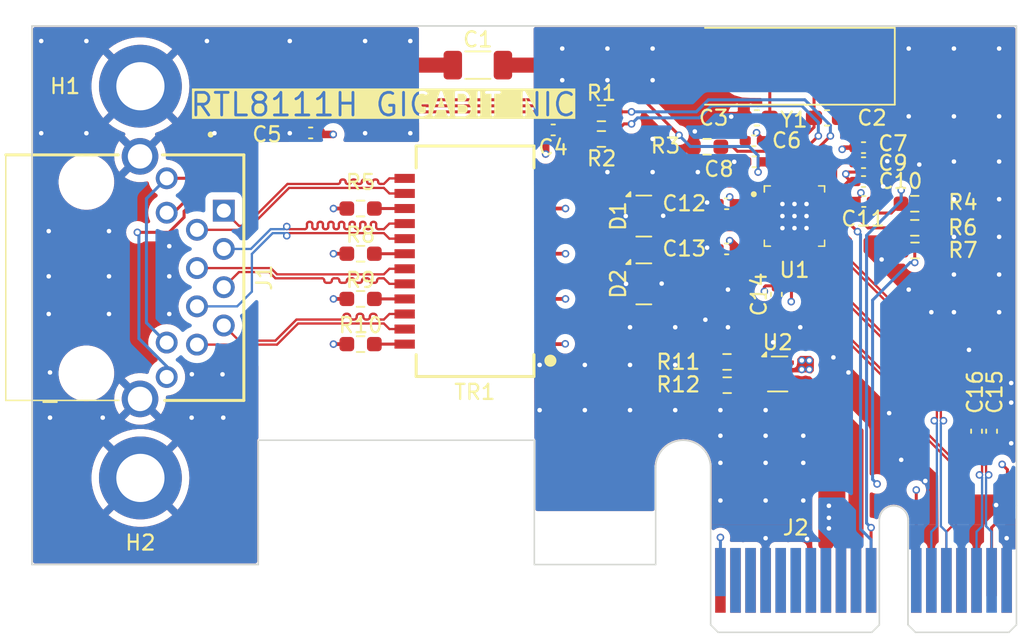
<source format=kicad_pcb>
(kicad_pcb (version 20240108) (generator "pcbnew") (generator_version "8.0")
  (layers (0 "F.Cu" signal) (1 "In1.Cu" signal) (2 "In2.Cu" signal) (31 "B.Cu" signal) (34 "B.Paste" user) (35 "F.Paste" user) (36 "B.SilkS" user "B.Silkscreen") (37 "F.SilkS" user "F.Silkscreen") (38 "B.Mask" user) (39 "F.Mask" user) (44 "Edge.Cuts" user))
  (net 0 "")
  (net 5 "GND")
  (net 13 "/CLKREQ")
  (net 14 "/PCIE_RST")
  (net 15 "/LANWAKE")
  (net 16 "+3.3V")
  (net 17 "/REFCLK+")
  (net 18 "/REFCLK-")
  (net 19 "Net-(J2-~{PRSNT1})")
  (net 21 "/MDI3-")
  (net 22 "/MDI2-")
  (net 23 "/MDI1-")
  (net 24 "/MDI0+")
  (net 25 "/MDI2+")
  (net 26 "/MDI3+")
  (net 27 "/MDI0-")
  (net 28 "/MDI1+")
  (net 29 "GNDD")
  (net 30 "/L3+")
  (net 31 "/L1+")
  (net 32 "/L3-")
  (net 33 "/L0+")
  (net 34 "/L2+")
  (net 35 "/L0-")
  (net 36 "/L1-")
  (net 37 "/L2-")
  (net 38 "/LED1")
  (net 39 "/HSI-")
  (net 40 "/HSI+")
  (net 41 "/PER+")
  (net 42 "/PER-")
  (net 43 "Net-(TR1-MCT3)")
  (net 44 "Net-(TR1-MCT2)")
  (net 45 "Net-(TR1-MCT4)")
  (net 46 "Net-(TR1-MCT1)")
  (net 47 "/LED0")
  (net 48 "/3.3V")
  (net 49 "/3.3_AUX")
  (net 50 "Net-(U1-CKXTAL2)")
  (net 51 "Net-(U1-CKXTAL1)")
  (net 52 "Net-(C5-Pad2)")
  (net 53 "Net-(U1-RSET)")
  (net 54 "Net-(U1-ISOLATEB)")
  (net 55 "Net-(U2-PR1)")
  (net 56 "/HSO-")
  (net 57 "/HSO+")
  (net 59 "/1.0V")
  (net 60 "Net-(TR1-TCT1)")
  (net 62 "Net-(U1-LED0)")
  (net 63 "Net-(U1-LED1)")
  (footprint "Package_DFN_QFN:Diodes_UDFN-10_1.0x2.5mm_P0.5mm" (layer "F.Cu") (at 119.915451 115.6184)
    (property "Reference" "D1")
    (property "Value" "D3V3XA4B10LP")
  )
  (footprint "MountingHole:MountingHole_3.2mm_M3_ISO14580_Pad" (layer "F.Cu") (at 86.5 107)
    (property "Reference" "H1")
    (property "Value" "MountingHole_Pad")
  )
  (footprint "Resistor_SMD:R_0603_1608Metric_Pad0.98x0.95mm_HandSolder" (layer "F.Cu") (at 117.1 110.5)
    (property "Reference" "R2")
    (property "Value" "470Ω")
  )
  (footprint "Crystal:Crystal_SMD_HC49-SD" (layer "F.Cu") (at 129.875 105.675 180)
    (property "Reference" "Y1")
    (property "Value" "Crystal")
  )
  (footprint "Resistor_SMD:R_0603_1608Metric_Pad0.98x0.95mm_HandSolder" (layer "F.Cu") (at 125.4375 125.3)
    (property "Reference" "R11")
    (property "Value" "10kΩ")
  )
  (footprint "Package_DFN_QFN:Diodes_UDFN-10_1.0x2.5mm_P0.5mm" (layer "F.Cu") (at 119.915451 120.1184)
    (property "Reference" "D2")
    (property "Value" "D3V3XA4B10LP")
  )
  (footprint "Capacitor_SMD:C_0402_1005Metric_Pad0.74x0.62mm_HandSolder" (layer "F.Cu") (at 143 129.9 90)
    (property "Reference" "C15")
    (property "Value" "0.1uF")
  )
  (footprint "Capacitor_SMD:C_0603_1608Metric_Pad1.08x0.95mm_HandSolder" (layer "F.Cu") (at 127.415451 109.1 180)
    (property "Reference" "C3")
    (property "Value" "22pF")
  )
  (footprint "Capacitor_SMD:C_0603_1608Metric_Pad1.08x0.95mm_HandSolder" (layer "F.Cu") (at 132.075 109.1)
    (property "Reference" "C2")
    (property "Value" "22pF")
  )
  (footprint "Inductor_SMD:L_1206_3216Metric_Pad1.22x1.90mm_HandSolder" (layer "F.Cu") (at 108.9 105.6)
    (property "Reference" "C1")
    (property "Value" "0.1uF")
  )
  (footprint "Capacitor_SMD:C_0402_1005Metric_Pad0.74x0.62mm_HandSolder" (layer "F.Cu") (at 142 129.9 90)
    (property "Reference" "C16")
    (property "Value" "0.1uF")
  )
  (footprint "footprint:AMPHENOL_RJSBE5381C1" (layer "F.Cu") (at 82.915451 119.7059 -90)
    (property "Reference" "J1")
    (property "Value" "RJ45_Amphenol_RJHSE538X")
  )
  (footprint "Capacitor_SMD:C_0402_1005Metric_Pad0.74x0.62mm_HandSolder" (layer "F.Cu") (at 97.8 110.1)
    (property "Reference" "C5")
    (property "Value" "0.1uF")
  )
  (footprint "MountingHole:MountingHole_3.2mm_M3_ISO14580_Pad" (layer "F.Cu") (at 86.5 133)
    (property "Reference" "H2")
    (property "Value" "MountingHole_Pad")
  )
  (footprint "Resistor_SMD:R_0603_1608Metric_Pad0.98x0.95mm_HandSolder" (layer "F.Cu") (at 137.9 114.8)
    (property "Reference" "R4")
    (property "Value" "4.7kΩ")
  )
  (footprint "Resistor_SMD:R_0603_1608Metric_Pad0.98x0.95mm_HandSolder" (layer "F.Cu") (at 101.115451 124.1184 180)
    (property "Reference" "R10")
    (property "Value" "75Ω")
  )
  (footprint "footprint:QFN40P400X400X90-33N" (layer "F.Cu") (at 129.915451 115.6184)
    (property "Reference" "U1")
    (property "Value" "RTL8111H-CG-RH" (hide yes))
  )
  (footprint "Resistor_SMD:R_0603_1608Metric_Pad0.98x0.95mm_HandSolder" (layer "F.Cu") (at 125.45 126.845 180)
    (property "Reference" "R12")
    (property "Value" "5.1kΩ")
  )
  (footprint "Resistor_SMD:R_0603_1608Metric_Pad0.98x0.95mm_HandSolder" (layer "F.Cu") (at 137.915451 117.9 180)
    (property "Reference" "R7")
    (property "Value" "4.7kΩ")
  )
  (footprint "Capacitor_SMD:C_0402_1005Metric_Pad0.74x0.62mm_HandSolder" (layer "F.Cu") (at 134.5 111.075 180)
    (property "Reference" "C7")
    (property "Value" "0.1uF")
  )
  (footprint "Capacitor_SMD:C_0402_1005Metric_Pad0.74x0.62mm_HandSolder" (layer "F.Cu") (at 125.415451 117.8)
    (property "Reference" "C13")
    (property "Value" "0.1uF")
  )
  (footprint "Resistor_SMD:R_0603_1608Metric_Pad0.98x0.95mm_HandSolder" (layer "F.Cu") (at 124.115451 111.0184)
    (property "Reference" "R3")
    (property "Value" "2.49kΩ")
  )
  (footprint "Capacitor_SMD:C_0402_1005Metric_Pad0.74x0.62mm_HandSolder" (layer "F.Cu") (at 128.715451 120.8184 90)
    (property "Reference" "C14")
    (property "Value" "0.1uF")
  )
  (footprint "Capacitor_SMD:C_0402_1005Metric_Pad0.74x0.62mm_HandSolder" (layer "F.Cu") (at 134.5 112.075 180)
    (property "Reference" "C9")
    (property "Value" "0.1uF")
  )
  (footprint "Capacitor_SMD:C_0402_1005Metric_Pad0.74x0.62mm_HandSolder" (layer "F.Cu") (at 125.415451 114.8)
    (property "Reference" "C12")
    (property "Value" "0.1uF")
  )
  (footprint "Capacitor_SMD:C_0402_1005Metric_Pad0.74x0.62mm_HandSolder" (layer "F.Cu") (at 113.9 109.9 180)
    (property "Reference" "C4")
    (property "Value" "0.1uF")
  )
  (footprint "Capacitor_SMD:C_0402_1005Metric_Pad0.74x0.62mm_HandSolder" (layer "F.Cu") (at 134.5 113.325 180)
    (property "Reference" "C10")
    (property "Value" "0.1uF")
  )
  (footprint "Resistor_SMD:R_0603_1608Metric_Pad0.98x0.95mm_HandSolder" (layer "F.Cu") (at 101.115451 115.1184 180)
    (property "Reference" "R5")
    (property "Value" "75Ω")
  )
  (footprint "Resistor_SMD:R_0603_1608Metric_Pad0.98x0.95mm_HandSolder" (layer "F.Cu") (at 117.1 108.8)
    (property "Reference" "R1")
    (property "Value" "470Ω")
  )
  (footprint "Capacitor_SMD:C_0402_1005Metric_Pad0.74x0.62mm_HandSolder" (layer "F.Cu") (at 127.247951 112.0184)
    (property "Reference" "C8")
    (property "Value" "0.1uF")
  )
  (footprint "footprint:V24P05S" (layer "F.Cu") (at 108.715451 118.6184 90)
    (property "Reference" "TR1")
    (property "Value" "V24P05S")
  )
  (footprint "Package_TO_SOT_SMD:SOT-583-8" (layer "F.Cu") (at 128.8 126.1)
    (property "Reference" "U2")
    (property "Value" "TPS2116DRL")
  )
  (footprint "Capacitor_SMD:C_0402_1005Metric_Pad0.74x0.62mm_HandSolder" (layer "F.Cu") (at 134.515451 114.65 180)
    (property "Reference" "C11")
    (property "Value" "0.1uF")
  )
  (footprint "Capacitor_SMD:C_0402_1005Metric_Pad0.74x0.62mm_HandSolder" (layer "F.Cu") (at 127.215451 110.6184)
    (property "Reference" "C6")
    (property "Value" "0.1uF")
  )
  (footprint "Resistor_SMD:R_0603_1608Metric_Pad0.98x0.95mm_HandSolder" (layer "F.Cu") (at 101.115451 118.1184 180)
    (property "Reference" "R8")
    (property "Value" "75Ω")
  )
  (footprint "Connector_PCBEdge:BUS_PCIexpress_x1" (layer "F.Cu") (at 125 139.8)
    (property "Reference" "J2")
    (property "Value" "Bus_PCI_Express_x1")
    (fp_line (start -0.65 -4.95) (end -0.65 2.95) (stroke (width 0.1)) (layer "Edge.Cuts"))
    (fp_line (start -0.65 2.95) (end -0.15 3.45) (stroke (width 0.1)) (layer "Edge.Cuts"))
    (fp_line (start -0.15 3.45) (end 10.05 3.45) (stroke (width 0.1)) (layer "Edge.Cuts"))
    (fp_line (start 10.55 -4) (end 10.55 2.95) (stroke (width 0.1)) (layer "Edge.Cuts"))
    (fp_line (start 10.55 2.95) (end 10.05 3.45) (stroke (width 0.1)) (layer "Edge.Cuts"))
    (fp_line (start 12.45 -4) (end 12.45 2.95) (stroke (width 0.1)) (layer "Edge.Cuts"))
    (fp_line (start 12.45 2.95) (end 12.95 3.45) (stroke (width 0.1)) (layer "Edge.Cuts"))
    (fp_line (start 12.95 3.45) (end 19.15 3.45) (stroke (width 0.1)) (layer "Edge.Cuts"))
    (fp_line (start 19.65 -4.95) (end 19.65 2.95) (stroke (width 0.1)) (layer "Edge.Cuts"))
    (fp_line (start 19.65 2.95) (end 19.15 3.45) (stroke (width 0.1)) (layer "Edge.Cuts"))
    (fp_arc (start 10.55 -4) (mid 11.5 -4.95) (end 12.45 -4) (stroke (width 0.1)) (layer "Edge.Cuts"))
  )
  (footprint "Resistor_SMD:R_0603_1608Metric_Pad0.98x0.95mm_HandSolder" (layer "F.Cu") (at 137.9 116.4)
    (property "Reference" "R6")
    (property "Value" "4.7kΩ")
  )
  (footprint "Resistor_SMD:R_0603_1608Metric_Pad0.98x0.95mm_HandSolder" (layer "F.Cu") (at 101.115451 121.1184 180)
    (property "Reference" "R9")
    (property "Value" "75Ω")
  )
  (gr_line (start 79.3 103) (end 79.3 138.75) (stroke (width 0.1)) (layer "Edge.Cuts"))
  (gr_line (start 94.325 138.75) (end 94.325 130.5) (stroke (width 0.1)) (layer "Edge.Cuts"))
  (gr_line (start 144.65 103) (end 79.3 103) (stroke (width 0.1)) (layer "Edge.Cuts"))
  (gr_line (start 94.325 130.5) (end 112.65 130.5) (stroke (width 0.1)) (layer "Edge.Cuts"))
  (gr_line (start 124.35 132.325) (end 124.35 134.85) (stroke (width 0.1)) (layer "Edge.Cuts"))
  (gr_line (start 79.3 138.75) (end 94.325 138.75) (stroke (width 0.1)) (layer "Edge.Cuts"))
  (gr_arc (start 120.7 132.325) (mid 122.525 130.5) (end 124.35 132.325) (stroke (width 0.1)) (layer "Edge.Cuts"))
  (gr_line (start 112.65 138.75) (end 120.7 138.75) (stroke (width 0.1)) (layer "Edge.Cuts"))
  (gr_line (start 144.65 134.85) (end 144.65 103) (stroke (width 0.1)) (layer "Edge.Cuts"))
  (gr_line (start 112.65 130.5) (end 112.65 138.75) (stroke (width 0.1)) (layer "Edge.Cuts"))
  (gr_line (start 120.7 138.75) (end 120.7 132.325) (stroke (width 0.1)) (layer "Edge.Cuts"))
  (gr_text "RTL8111H GIGABIT NIC" (at 89.7 109.1 0) (layer "F.SilkS" knockout) (effects (font (size 1.5 1.5) (thickness 0.1875)) (justify left bottom)))
  (segment (start 119.565451 120.1184) (end 121.0816 120.1184) (width 0.25) (layer "F.Cu") (net 5))
  (segment (start 119.565451 115.6184) (end 121.1816 115.6184) (width 0.25) (layer "F.Cu") (net 5))
  (segment (start 124.847951 114.7184) (end 124.115451 114.7184) (width 0.2) (layer "F.Cu") (net 5))
  (segment (start 110.5625 105.6) (end 113.9 105.6) (width 1) (layer "F.Cu") (net 5))
  (segment (start 121.1816 115.6184) (end 121.2 115.6) (width 0.25) (layer "F.Cu") (net 5))
  (segment (start 124.115451 117.7184) (end 124.847951 117.7184) (width 0.2) (layer "F.Cu") (net 5))
  (segment (start 118.735451 120.1184) (end 119.565451 120.1184) (width 0.25) (layer "F.Cu") (net 5))
  (segment (start 119.565451 115.6184) (end 118.715451 115.6184) (width 0.25) (layer "F.Cu") (net 5))
  (segment (start 121.0816 120.1184) (end 121.1 120.1) (width 0.25) (layer "F.Cu") (net 5))
  (via (at 140.5 112) (size 0.5) (drill 0.3) (layers "F.Cu" "B.Cu") (net 5))
  (via (at 129.115451 116.4184) (size 0.5) (drill 0.3) (layers "F.Cu" "B.Cu") (net 5))
  (via (at 125 128.5) (size 0.5) (drill 0.3) (layers "F.Cu" "B.Cu") (net 5))
  (via (at 125.715451 109.0184) (size 0.5) (drill 0.3) (layers "F.Cu" "B.Cu") (net 5))
  (via (at 137.5 120.5) (size 0.5) (drill 0.3) (layers "F.Cu" "B.Cu") (net 5))
  (via (at 135.8 113.65) (size 0.5) (drill 0.3) (layers "F.Cu" "B.Cu") (net 5))
  (via (at 140.5 122) (size 0.5) (drill 0.3) (layers "F.Cu" "B.Cu") (net 5))
  (via (at 128 132) (size 0.5) (drill 0.3) (layers "F.Cu" "B.Cu") (net 5))
  (via (at 122 125.5) (size 0.5) (drill 0.3) (layers "F.Cu" "B.Cu") (net 5))
  (via (at 135.7 118.5) (size 0.5) (drill 0.3) (layers "F.Cu" "B.Cu") (net 5))
  (via (at 129.915451 115.6184) (size 0.5) (drill 0.3) (layers "F.Cu" "B.Cu") (net 5))
  (via (at 139 122) (size 0.5) (drill 0.3) (layers "F.Cu" "B.Cu") (net 5))
  (via (at 113 128.5) (size 0.5) (drill 0.3) (layers "F.Cu" "B.Cu") (net 5))
  (via (at 144.3 128) (size 0.5) (drill 0.3) (layers "F.Cu" "B.Cu") (net 5))
  (via (at 137.5 104.5) (size 0.5) (drill 0.3) (layers "F.Cu" "B.Cu") (net 5))
  (via (at 125 134.5) (size 0.5) (drill 0.3) (layers "F.Cu" "B.Cu") (net 5))
  (via (at 120.5 112.7) (size 0.5) (drill 0.3) (layers "F.Cu" "B.Cu") (net 5))
  (via (at 143.5 112) (size 0.5) (drill 0.3) (layers "F.Cu" "B.Cu") (net 5))
  (via (at 123.3 110) (size 0.5) (drill 0.3) (layers "F.Cu" "B.Cu") (net 5))
  (via (at 130.715451 115.6184) (size 0.5) (drill 0.3) (layers "F.Cu" "B.Cu") (net 5))
  (via (at 114.5 104.5) (size 0.5) (drill 0.3) (layers "F.Cu" "B.Cu") (net 5))
  (via (at 130.715451 116.4184) (size 0.5) (drill 0.3) (layers "F.Cu" "B.Cu") (net 5))
  (via (at 130.5 132) (size 0.5) (drill 0.3) (layers "F.Cu" "B.Cu") (net 5))
  (via (at 128 130.2) (size 0.5) (drill 0.3) (layers "F.Cu" "B.Cu") (net 5))
  (via (at 118.715451 115.6184) (size 0.5) (drill 0.3) (layers "F.Cu" "B.Cu") (net 5))
  (via (at 130.715451 114.8184) (size 0.5) (drill 0.3) (layers "F.Cu" "B.Cu") (net 5))
  (via (at 122 123) (size 0.5) (drill 0.3) (layers "F.Cu" "B.Cu") (net 5))
  (via (at 122 128.5) (size 0.5) (drill 0.3) (layers "F.Cu" "B.Cu") (net 5))
  (via (at 119 125.5) (size 0.5) (drill 0.3) (layers "F.Cu" "B.Cu") (net 5))
  (via (at 123.5 112.7) (size 0.5) (drill 0.3) (layers "F.Cu" "B.Cu") (net 5))
  (via (at 121.1 120.1) (size 0.5) (drill 0.3) (layers "F.Cu" "B.Cu") (net 5))
  (via (at 113 125.5) (size 0.5) (drill 0.3) (layers "F.Cu" "B.Cu") (net 5))
  (via (at 130.75 137.05) (size 0.5) (drill 0.3) (layers "F.Cu" "B.Cu") (net 5))
  (via (at 120.5 104.5) (size 0.5) (drill 0.3) (layers "F.Cu" "B.Cu") (net 5))
  (via (at 130.5 130.2) (size 0.5) (drill 0.3) (layers "F.Cu" "B.Cu") (net 5))
  (via (at 120.5 106.6) (size 0.5) (drill 0.3) (layers "F.Cu" "B.Cu") (net 5))
  (via (at 128 128.5) (size 0.5) (drill 0.3) (layers "F.Cu" "B.Cu") (net 5))
  (via (at 143.5 117) (size 0.5) (drill 0.3) (layers "F.Cu" "B.Cu") (net 5))
  (via (at 128 134.5) (size 0.5) (drill 0.3) (layers "F.Cu" "B.Cu") (net 5))
  (via (at 124 122.5) (size 0.5) (drill 0.3) (layers "F.Cu" "B.Cu") (net 5))
  (via (at 129.915451 116.4184) (size 0.5) (drill 0.3) (layers "F.Cu" "B.Cu") (net 5))
  (via (at 114.5 106.6) (size 0.5) (drill 0.3) (layers "F.Cu" "B.Cu") (net 5))
  (via (at 125.5 123) (size 0.5) (drill 0.3) (layers "F.Cu" "B.Cu") (net 5))
  (via (at 132.5 125) (size 0.5) (drill 0.3) (layers "F.Cu" "B.Cu") (net 5))
  (via (at 144.3 130.7) (size 0.5) (drill 0.3) (layers "F.Cu" "B.Cu") (net 5))
  (via (at 140.5 109) (size 0.5) (drill 0.3) (layers "F.Cu" "B.Cu") (net 5))
  (via (at 129.115451 115.6184) (size 0.5) (drill 0.3) (layers "F.Cu" "B.Cu") (net 5))
  (via (at 143.5 122) (size 0.5) (drill 0.3) (layers "F.Cu" "B.Cu") (net 5))
  (via (at 121.2 115.6) (size 0.5) (drill 0.3) (layers "F.Cu" "B.Cu") (net 5))
  (via (at 137.5 109) (size 0.5) (drill 0.3) (layers "F.Cu" "B.Cu") (net 5))
  (via (at 129.115451 114.8184) (size 0.5) (drill 0.3) (layers "F.Cu" "B.Cu") (net 5))
  (via (at 116 128.5) (size 0.5) (drill 0.3) (layers "F.Cu" "B.Cu") (net 5))
  (via (at 119 128.5) (size 0.5) (drill 0.3) (layers "F.Cu" "B.Cu") (net 5))
  (via (at 118.735451 120.1184) (size 0.5) (drill 0.3) (layers "F.Cu" "B.Cu") (net 5))
  (via (at 143.3 134.8) (size 0.5) (drill 0.3) (layers "F.Cu" "B.Cu") (net 5))
  (via (at 144 137) (size 0.5) (drill 0.3) (layers "F.Cu" "B.Cu") (net 5))
  (via (at 128.5 124) (size 0.5) (drill 0.3) (layers "F.Cu" "B.Cu") (net 5))
  (via (at 124.115451 114.7184) (size 0.5) (drill 0.3) (layers "F.Cu" "B.Cu") (net 5))
  (via (at 143.5 104.5) (size 0.5) (drill 0.3) (layers "F.Cu" "B.Cu") (net 5))
  (via (at 137 131.8) (size 0.5) (drill 0.3) (layers "F.Cu" "B.Cu") (net 5))
  (via (at 130.3 123) (size 0.5) (drill 0.3) (layers "F.Cu" "B.Cu") (net 5))
  (via (at 116 125.5) (size 0.5) (drill 0.3) (layers "F.Cu" "B.Cu") (net 5))
  (via (at 125.915451 112.0184) (size 0.5) (drill 0.3) (layers "F.Cu" "B.Cu") (net 5))
  (via (at 138.2 112.2) (size 0.5) (drill 0.3) (layers "F.Cu" "B.Cu") (net 5))
  (via (at 140.5 104.5) (size 0.5) (drill 0.3) (layers "F.Cu" "B.Cu") (net 5))
  (via (at 120.5 110.5) (size 0.5) (drill 0.3) (layers "F.Cu" "B.Cu") (net 5))
  (via (at 133.5 126) (size 0.5) (drill 0.3) (layers "F.Cu" "B.Cu") (net 5))
  (via (at 141.5 124.5) (size 0.5) (drill 0.3) (layers "F.Cu" "B.Cu") (net 5))
  (via (at 124.115451 117.7184) (size 0.5) (drill 0.3) (layers "F.Cu" "B.Cu") (net 5))
  (via (at 125 130.2) (size 0.5) (drill 0.3) (layers "F.Cu" "B.Cu") (net 5))
  (via (at 143.5 109) (size 0.5) (drill 0.3) (layers "F.Cu" "B.Cu") (net 5))
  (via (at 143.5 119.5) (size 0.5) (drill 0.3) (layers "F.Cu" "B.Cu") (net 5))
  (via (at 119 123) (size 0.5) (drill 0.3) (layers "F.Cu" "B.Cu") (net 5))
  (via (at 140.5 119.5) (size 0.5) (drill 0.3) (layers "F.Cu" "B.Cu") (net 5))
  (via (at 136.075 111.975) (size 0.5) (drill 0.3) (layers "F.Cu" "B.Cu") (net 5))
  (via (at 125.5 120.5) (size 0.5) (drill 0.3) (layers "F.Cu" "B.Cu") (net 5))
  (via (at 130.5 134.5) (size 0.5) (drill 0.3) (layers "F.Cu" "B.Cu") (net 5))
  (via (at 138.6 133.2) (size 0.5) (drill 0.3) (layers "F.Cu" "B.Cu") (net 5))
  (via (at 136.2 128.7) (size 0.5) (drill 0.3) (layers "F.Cu" "B.Cu") (net 5))
  (via (at 140.5 114.5) (size 0.5) (drill 0.3) (layers "F.Cu" "B.Cu") (net 5))
  (via (at 129.915451 114.8184) (size 0.5) (drill 0.3) (layers "F.Cu" "B.Cu") (net 5))
  (via (at 140.5 117) (size 0.5) (drill 0.3) (layers "F.Cu" "B.Cu") (net 5))
  (via (at 143.5 114.5) (size 0.5) (drill 0.3) (layers "F.Cu" "B.Cu") (net 5))
  (via (at 128 137) (size 0.5) (drill 0.3) (layers "F.Cu" "B.Cu") (net 5))
  (via (at 144.3 126.7) (size 0.5) (drill 0.3) (layers "F.Cu" "B.Cu") (net 5))
  (via (at 125 132) (size 0.5) (drill 0.3) (layers "F.Cu" "B.Cu") (net 5))
  (via (at 117.5 112.7) (size 0.5) (drill 0.3) (layers "F.Cu" "B.Cu") (net 5))
  (via (at 117.5 106.6) (size 0.5) (drill 0.3) (layers "F.Cu" "B.Cu") (net 5))
  (via (at 117.5 104.5) (size 0.5) (drill 0.3) (layers "F.Cu" "B.Cu") (net 5))
  (segment (start 129.715451 117.6184) (end 129.715451 121.284549) (width 0.2) (layer "F.Cu") (net 13))
  (segment (start 138 133.8) (end 138 139.8) (width 0.2) (layer "F.Cu") (net 13))
  (segment (start 129.715451 121.284549) (end 129.7 121.3) (width 0.2) (layer "F.Cu") (net 13))
  (via (at 129.7 121.3) (size 0.5) (drill 0.3) (layers "F.Cu" "B.Cu") (net 13))
  (via (at 138 133.8) (size 0.5) (drill 0.3) (layers "F.Cu" "B.Cu") (net 13))
  (segment (start 133.6684 116.2184) (end 131.915451 116.2184) (width 0.2) (layer "F.Cu") (net 14))
  (segment (start 134.1 116.65) (end 133.6684 116.2184) (width 0.2) (layer "F.Cu") (net 14))
  (via (at 134.1 116.65) (size 0.5) (drill 0.3) (layers "F.Cu" "B.Cu") (net 14))
  (segment (start 135 137.1) (end 135 139.8) (width 0.2) (layer "B.Cu") (net 14))
  (segment (start 134.1 116.65) (end 134.3 116.85) (width 0.2) (layer "B.Cu") (net 14))
  (segment (start 134.3 136.4) (end 135 137.1) (width 0.2) (layer "B.Cu") (net 14))
  (segment (start 134.3 116.85) (end 134.3 136.4) (width 0.2) (layer "B.Cu") (net 14))
  (segment (start 136.3316 115.4184) (end 136.95 114.8) (width 0.2) (layer "F.Cu") (net 15))
  (segment (start 131.915451 115.4184) (end 136.3316 115.4184) (width 0.2) (layer "F.Cu") (net 15))
  (segment (start 137 113.9) (end 137 114.7875) (width 0.2) (layer "F.Cu") (net 15))
  (segment (start 135 139.8) (end 135 136.3) (width 0.2) (layer "F.Cu") (net 15))
  (via (at 135 136.3) (size 0.5) (drill 0.3) (layers "F.Cu" "B.Cu") (net 15))
  (via (at 137 113.9) (size 0.5) (drill 0.3) (layers "F.Cu" "B.Cu") (net 15))
  (segment (start 134.7 116.9) (end 137 114.6) (width 0.2) (layer "B.Cu") (net 15))
  (segment (start 137 114.6) (end 137 113.9) (width 0.2) (layer "B.Cu") (net 15))
  (segment (start 135 136.3) (end 134.7 136) (width 0.2) (layer "B.Cu") (net 15))
  (segment (start 134.7 136) (end 134.7 116.9) (width 0.2) (layer "B.Cu") (net 15))
  (segment (start 119.9 107.9) (end 95.6 107.9) (width 0.2) (layer "F.Cu") (net 16))
  (segment (start 128.715451 119.534549) (end 128.715451 120.2509) (width 0.2) (layer "F.Cu") (net 16))
  (segment (start 128.725 119.525) (end 129.315451 118.934549) (width 0.2) (layer "F.Cu") (net 16))
  (segment (start 133.45 112.7) (end 137.9 112.7) (width 0.2) (layer "F.Cu") (net 16))
  (segment (start 95.6 107.9) (end 90.3891 113.1109) (width 0.2) (layer "F.Cu") (net 16))
  (segment (start 133.325 112.825) (end 133.325 112.9925) (width 0.2) (layer "F.Cu") (net 16))
  (segment (start 133.325 112.9925) (end 133.85 113.5175) (width 0.2) (layer "F.Cu") (net 16))
  (segment (start 132.8816 114.6184) (end 131.915451 114.6184) (width 0.2) (layer "F.Cu") (net 16))
  (segment (start 133.9325 113.325) (end 133.475 113.325) (width 0.2) (layer "F.Cu") (net 16))
  (segment (start 127.5 112.333851) (end 127.815451 112.0184) (width 0.2) (layer "F.Cu") (net 16))
  (segment (start 128 120.25) (end 128.714551 120.25) (width 0.2) (layer "F.Cu") (net 16))
  (segment (start 133.15 113.65) (end 133.15 114.35) (width 0.2) (layer "F.Cu") (net 16))
  (segment (start 133.325 112.825) (end 133.45 112.7) (width 0.2) (layer "F.Cu") (net 16))
  (segment (start 133.475 113.325) (end 133.15 113.65) (width 0.2) (layer "F.Cu") (net 16))
  (segment (start 128.515451 113.6184) (end 128.515451 112.7184) (width 0.2) (layer "F.Cu") (net 16))
  (segment (start 133.15 114.35) (end 132.8816 114.6184) (width 0.2) (layer "F.Cu") (net 16))
  (segment (start 129.315451 118.934549) (end 129.315451 117.6184) (width 0.2) (layer "F.Cu") (net 16))
  (segment (start 90.3891 113.1109) (end 88.245451 113.1109) (width 0.2) (layer "F.Cu") (net 16))
  (segment (start 127.915451 120.334549) (end 128 120.25) (width 0.2) (layer "F.Cu") (net 16))
  (segment (start 127.5 112.7) (end 127.5 112.333851) (width 0.2) (layer "F.Cu") (net 16))
  (segment (start 122.25 110.25) (end 119.9 107.9) (width 0.2) (layer "F.Cu") (net 16))
  (segment (start 137.9 112.7) (end 138.8125 113.6125) (width 0.2) (layer "F.Cu") (net 16))
  (segment (start 127.915451 120.6184) (end 127.915451 120.334549) (width 0.2) (layer "F.Cu") (net 16))
  (segment (start 128.515451 112.7184) (end 127.815451 112.0184) (width 0.2) (layer "F.Cu") (net 16))
  (segment (start 128.725 119.525) (end 128.715451 119.534549) (width 0.2) (layer "F.Cu") (net 16))
  (segment (start 138.8125 113.6125) (end 138.8125 114.8) (width 0.2) (layer "F.Cu") (net 16))
  (via (at 130.4 125.2) (size 0.5) (drill 0.3) (layers "F.Cu" "B.Cu") (net 16))
  (via (at 130.9 125.2) (size 0.5) (drill 0.3) (layers "F.Cu" "B.Cu") (net 16))
  (via (at 127.5 112.7) (size 0.5) (drill 0.3) (layers "F.Cu" "B.Cu") (net 16))
  (via (at 133.325 112.825) (size 0.5) (drill 0.3) (layers "F.Cu" "B.Cu") (net 16))
  (via (at 130.4 125.8) (size 0.5) (drill 0.3) (layers "F.Cu" "B.Cu") (net 16))
  (via (at 122.25 110.25) (size 0.5) (drill 0.3) (layers "F.Cu" "B.Cu") (net 16))
  (via (at 130.9 125.8) (size 0.5) (drill 0.3) (layers "F.Cu" "B.Cu") (net 16))
  (via (at 127.915451 120.6184) (size 0.5) (drill 0.3) (layers "F.Cu" "B.Cu") (net 16))
  (segment (start 127.5 111.6) (end 127.5 112.7) (width 0.2) (layer "B.Cu") (net 16))
  (segment (start 86.9 114.456351) (end 88.245451 113.1109) (width 0.2) (layer "B.Cu") (net 16))
  (segment (start 88.2159 124.0159) (end 86.9 122.7) (width 0.2) (layer "B.Cu") (net 16))
  (segment (start 86.9 122.7) (end 86.9 114.456351) (width 0.2) (layer "B.Cu") (net 16))
  (segment (start 122.25 110.25) (end 123 111) (width 0.2) (layer "B.Cu") (net 16))
  (segment (start 123 111) (end 126.9 111) (width 0.2) (layer "B.Cu") (net 16))
  (segment (start 126.9 111) (end 127.5 111.6) (width 0.2) (layer "B.Cu") (net 16))
  (segment (start 139.3684 129.0266) (end 139.3684 127.357461) (width 0.1532) (layer "F.Cu") (net 17))
  (segment (start 139.195 129.2) (end 139.3684 129.0266) (width 0.1532) (layer "F.Cu") (net 17))
  (segment (start 139.3684 127.357461) (end 130.983851 118.972912) (width 0.1532) (layer "F.Cu") (net 17))
  (segment (start 130.983851 118.249301) (end 130.915451 118.180901) (width 0.1532) (layer "F.Cu") (net 17))
  (segment (start 130.983851 118.972912) (end 130.983851 118.249301) (width 0.1532) (layer "F.Cu") (net 17))
  (segment (start 130.915451 118.180901) (end 130.915451 117.6184) (width 0.1532) (layer "F.Cu") (net 17))
  (via (at 139.195 129.2) (size 0.5) (drill 0.3) (layers "F.Cu" "B.Cu") (net 17))
  (segment (start 139 136.574999) (end 139.3684 136.206599) (width 0.1532) (layer "B.Cu") (net 17))
  (segment (start 139.3684 129.3734) (end 139.195 129.2) (width 0.1532) (layer "B.Cu") (net 17))
  (segment (start 139 139.8) (end 139 136.574999) (width 0.1532) (layer "B.Cu") (net 17))
  (segment (start 139.3684 136.206599) (end 139.3684 129.3734) (width 0.1532) (layer "B.Cu") (net 17))
  (segment (start 139.6316 127.248437) (end 131.247051 118.863888) (width 0.1532) (layer "F.Cu") (net 18))
  (segment (start 131.247051 118.863888) (end 131.247051 118.249301) (width 0.1532) (layer "F.Cu") (net 18))
  (segment (start 131.247051 118.249301) (end 131.315451 118.180901) (width 0.1532) (layer "F.Cu") (net 18))
  (segment (start 131.315451 118.180901) (end 131.315451 117.6184) (width 0.1532) (layer "F.Cu") (net 18))
  (segment (start 139.805 129.2) (end 139.6316 129.0266) (width 0.1532) (layer "F.Cu") (net 18))
  (segment (start 139.6316 129.0266) (end 139.6316 127.248437) (width 0.1532) (layer "F.Cu") (net 18))
  (via (at 139.805 129.2) (size 0.5) (drill 0.3) (layers "F.Cu" "B.Cu") (net 18))
  (segment (start 139.6316 136.206599) (end 139.6316 129.3734) (width 0.1532) (layer "B.Cu") (net 18))
  (segment (start 139.6316 129.3734) (end 139.805 129.2) (width 0.1532) (layer "B.Cu") (net 18))
  (segment (start 140 136.574999) (end 139.6316 136.206599) (width 0.1532) (layer "B.Cu") (net 18))
  (segment (start 140 139.8) (end 140 136.574999) (width 0.1532) (layer "B.Cu") (net 18))
  (segment (start 143 139.25) (end 143 136.3) (width 0.2) (layer "F.Cu") (net 19))
  (segment (start 144.05 132.45) (end 143.7 132.1) (width 0.2) (layer "F.Cu") (net 19))
  (segment (start 143 136.3) (end 144.05 135.25) (width 0.2) (layer "F.Cu") (net 19))
  (segment (start 144.05 135.25) (end 144.05 132.45) (width 0.2) (layer "F.Cu") (net 19))
  (via (at 125 136.95) (size 0.5) (drill 0.3) (layers "F.Cu" "B.Cu") (net 19))
  (via (at 143.7 132.1) (size 0.5) (drill 0.3) (layers "F.Cu" "B.Cu") (net 19))
  (segment (start 125 139.25) (end 125 136.95) (width 0.2) (layer "B.Cu") (net 19))
  (segment (start 114.402952 123.1184) (end 113.390451 123.1184) (width 0.1532) (layer "F.Cu") (net 21))
  (segment (start 120.890102 121) (end 120.771702 121.1184) (width 0.1532) (layer "F.Cu") (net 21))
  (segment (start 119.715451 121.1184) (end 119.833851 121) (width 0.1532) (layer "F.Cu") (net 21))
  (segment (start 128.069963 119.45) (end 124.569963 119.45) (width 0.1532) (layer "F.Cu") (net 21))
  (segment (start 123.019963 121) (end 120.890102 121) (width 0.1532) (layer "F.Cu") (net 21))
  (segment (start 119.997051 121) (end 120.115451 121.1184) (width 0.1532) (layer "F.Cu") (net 21))
  (segment (start 128.915451 117.6184) (end 128.915451 118.180901) (width 0.1532) (layer "F.Cu") (net 21))
  (segment (start 116.369963 122.75) (end 114.771352 122.75) (width 0.1532) (layer "F.Cu") (net 21))
  (segment (start 118.9408 121) (end 118.119963 121) (width 0.1532) (layer "F.Cu") (net 21))
  (segment (start 128.847051 118.672912) (end 128.069963 119.45) (width 0.1532) (layer "F.Cu") (net 21))
  (segment (start 124.569963 119.45) (end 123.019963 121) (width 0.1532) (layer "F.Cu") (net 21))
  (segment (start 120.771702 121.1184) (end 120.302951 121.1184) (width 0.1532) (layer "F.Cu") (net 21))
  (segment (start 119.833851 121) (end 119.997051 121) (width 0.1532) (layer "F.Cu") (net 21))
  (segment (start 128.915451 118.180901) (end 128.847051 118.249301) (width 0.1532) (layer "F.Cu") (net 21))
  (segment (start 118.119963 121) (end 116.369963 122.75) (width 0.1532) (layer "F.Cu") (net 21))
  (segment (start 114.771352 122.75) (end 114.402952 123.1184) (width 0.1532) (layer "F.Cu") (net 21))
  (segment (start 128.847051 118.249301) (end 128.847051 118.672912) (width 0.1532) (layer "F.Cu") (net 21))
  (segment (start 119.527951 121.1184) (end 119.0592 121.1184) (width 0.1532) (layer "F.Cu") (net 21))
  (segment (start 119.0592 121.1184) (end 118.9408 121) (width 0.1532) (layer "F.Cu") (net 21))
  (segment (start 120.115451 119.6184) (end 119.997051 119.5) (width 0.1532) (layer "F.Cu") (net 22))
  (segment (start 114.771352 119.75) (end 117.569963 119.75) (width 0.1532) (layer "F.Cu") (net 22))
  (segment (start 124.169963 116.55) (end 127.28455 116.55) (width 0.1532) (layer "F.Cu") (net 22))
  (segment (start 127.28455 116.55) (end 127.35295 116.6184) (width 0.1532) (layer "F.Cu") (net 22))
  (segment (start 119.833851 119.5) (end 119.715451 119.6184) (width 0.1532) (layer "F.Cu") (net 22))
  (segment (start 117.819963 119.5) (end 118.9408 119.5) (width 0.1532) (layer "F.Cu") (net 22))
  (segment (start 119.0592 119.6184) (end 119.527951 119.6184) (width 0.1532) (layer "F.Cu") (net 22))
  (segment (start 117.569963 119.75) (end 117.819963 119.5) (width 0.1532) (layer "F.Cu") (net 22))
  (segment (start 113.390451 120.1184) (end 114.402952 120.1184) (width 0.1532) (layer "F.Cu") (net 22))
  (segment (start 120.771702 119.6184) (end 120.890102 119.5) (width 0.1532) (layer "F.Cu") (net 22))
  (segment (start 114.402952 120.1184) (end 114.771352 119.75) (width 0.1532) (layer "F.Cu") (net 22))
  (segment (start 120.890102 119.5) (end 121.219963 119.5) (width 0.1532) (layer "F.Cu") (net 22))
  (segment (start 119.997051 119.5) (end 119.833851 119.5) (width 0.1532) (layer "F.Cu") (net 22))
  (segment (start 127.35295 116.6184) (end 127.915451 116.6184) (width 0.1532) (layer "F.Cu") (net 22))
  (segment (start 120.302951 119.6184) (end 120.771702 119.6184) (width 0.1532) (layer "F.Cu") (net 22))
  (segment (start 121.219963 119.5) (end 124.169963 116.55) (width 0.1532) (layer "F.Cu") (net 22))
  (segment (start 118.9408 119.5) (end 119.0592 119.6184) (width 0.1532) (layer "F.Cu") (net 22))
  (segment (start 114.771352 116.75) (end 114.402952 117.1184) (width 0.1532) (layer "F.Cu") (net 23))
  (segment (start 116.419963 116.5) (end 116.169963 116.75) (width 0.1532) (layer "F.Cu") (net 23))
  (segment (start 122.569963 115.75) (end 127.28455 115.75) (width 0.1532) (layer "F.Cu") (net 23))
  (segment (start 119.715451 116.6184) (end 119.833851 116.5) (width 0.1532) (layer "F.Cu") (net 23))
  (segment (start 114.402952 117.1184) (end 113.390451 117.1184) (width 0.1532) (layer "F.Cu") (net 23))
  (segment (start 119.997051 116.5) (end 120.115451 116.6184) (width 0.1532) (layer "F.Cu") (net 23))
  (segment (start 127.28455 115.75) (end 127.35295 115.8184) (width 0.1532) (layer "F.Cu") (net 23))
  (segment (start 119.527951 116.6184) (end 119.0592 116.6184) (width 0.1532) (layer "F.Cu") (net 23))
  (segment (start 120.890102 116.5) (end 121.819963 116.5) (width 0.1532) (layer "F.Cu") (net 23))
  (segment (start 120.771702 116.6184) (end 120.890102 116.5) (width 0.1532) (layer "F.Cu") (net 23))
  (segment (start 119.0592 116.6184) (end 118.9408 116.5) (width 0.1532) (layer "F.Cu") (net 23))
  (segment (start 119.833851 116.5) (end 119.997051 116.5) (width 0.1532) (layer "F.Cu") (net 23))
  (segment (start 121.819963 116.5) (end 122.569963 115.75) (width 0.1532) (layer "F.Cu") (net 23))
  (segment (start 120.302951 116.6184) (end 120.771702 116.6184) (width 0.1532) (layer "F.Cu") (net 23))
  (segment (start 118.9408 116.5) (end 116.419963 116.5) (width 0.1532) (layer "F.Cu") (net 23))
  (segment (start 116.169963 116.75) (end 114.771352 116.75) (width 0.1532) (layer "F.Cu") (net 23))
  (segment (start 127.35295 115.8184) (end 127.915451 115.8184) (width 0.1532) (layer "F.Cu") (net 23))
  (segment (start 123.060939 113.3868) (end 121.710939 114.7368) (width 0.1532) (layer "F.Cu") (net 24))
  (segment (start 114.402952 113.1184) (end 114.771352 113.4868) (width 0.1532) (layer "F.Cu") (net 24))
  (segment (start 127.915451 114.2184) (end 127.35295 114.2184) (width 0.1532) (layer "F.Cu") (net 24))
  (segment (start 121.710939 114.7368) (end 120.890102 114.7368) (width 0.1532) (layer "F.Cu") (net 24))
  (segment (start 126.269963 113.3868) (end 123.060939 113.3868) (width 0.1532) (layer "F.Cu") (net 24))
  (segment (start 127.169963 114.2868) (end 126.269963 113.3868) (width 0.1532) (layer "F.Cu") (net 24))
  (segment (start 119.397051 114.7493) (end 117.632463 114.7493) (width 0.1532) (layer "F.Cu") (net 24))
  (segment (start 127.28455 114.2868) (end 127.169963 114.2868) (width 0.1532) (layer "F.Cu") (net 24))
  (segment (start 120.890102 114.7368) (end 120.771702 114.6184) (width 0.1532) (layer "F.Cu") (net 24))
  (segment (start 120.115451 114.6184) (end 119.997051 114.7368) (width 0.1532) (layer "F.Cu") (net 24))
  (segment (start 119.997051 114.7368) (end 119.833851 114.7368) (width 0.1532) (layer "F.Cu") (net 24))
  (segment (start 119.527951 114.6184) (end 119.397051 114.7493) (width 0.1532) (layer "F.Cu") (net 24))
  (segment (start 114.771352 113.4868) (end 116.369963 113.4868) (width 0.1532) (layer "F.Cu") (net 24))
  (segment (start 127.35295 114.2184) (end 127.28455 114.2868) (width 0.1532) (layer "F.Cu") (net 24))
  (segment (start 117.632463 114.7493) (end 116.369963 113.4868) (width 0.1532) (layer "F.Cu") (net 24))
  (segment (start 119.833851 114.7368) (end 119.715451 114.6184) (width 0.1532) (layer "F.Cu") (net 24))
  (segment (start 113.390451 113.1184) (end 114.402952 113.1184) (width 0.1532) (layer "F.Cu") (net 24))
  (segment (start 120.771702 114.6184) (end 120.302951 114.6184) (width 0.1532) (layer "F.Cu") (net 24))
  (segment (start 124.060939 116.2868) (end 127.28455 116.2868) (width 0.1532) (layer "F.Cu") (net 25))
  (segment (start 127.28455 116.2868) (end 127.35295 116.2184) (width 0.1532) (layer "F.Cu") (net 25))
  (segment (start 120.302951 119.1184) (end 120.771702 119.1184) (width 0.1532) (layer "F.Cu") (net 25))
  (segment (start 127.35295 116.2184) (end 127.915451 116.2184) (width 0.1532) (layer "F.Cu") (net 25))
  (segment (start 121.110939 119.2368) (end 124.060939 116.2868) (width 0.1532) (layer "F.Cu") (net 25))
  (segment (start 113.390451 119.1184) (end 114.402952 119.1184) (width 0.1532) (layer "F.Cu") (net 25))
  (segment (start 120.890102 119.2368) (end 121.110939 119.2368) (width 0.1532) (layer "F.Cu") (net 25))
  (segment (start 114.402952 119.1184) (end 114.771352 119.4868) (width 0.1532) (layer "F.Cu") (net 25))
  (segment (start 117.710939 119.2368) (end 118.9408 119.2368) (width 0.1532) (layer "F.Cu") (net 25))
  (segment (start 119.833851 119.2368) (end 119.715451 119.1184) (width 0.1532) (layer "F.Cu") (net 25))
  (segment (start 119.997051 119.2368) (end 119.833851 119.2368) (width 0.1532) (layer "F.Cu") (net 25))
  (segment (start 114.771352 119.4868) (end 117.460939 119.4868) (width 0.1532) (layer "F.Cu") (net 25))
  (segment (start 119.0592 119.1184) (end 119.527951 119.1184) (width 0.1532) (layer "F.Cu") (net 25))
  (segment (start 120.771702 119.1184) (end 120.890102 119.2368) (width 0.1532) (layer "F.Cu") (net 25))
  (segment (start 117.460939 119.4868) (end 117.710939 119.2368) (width 0.1532) (layer "F.Cu") (net 25))
  (segment (start 120.115451 119.1184) (end 119.997051 119.2368) (width 0.1532) (layer "F.Cu") (net 25))
  (segment (start 118.9408 119.2368) (end 119.0592 119.1184) (width 0.1532) (layer "F.Cu") (net 25))
  (segment (start 126.399999 119.1868) (end 125.754139 119.1868) (width 0.1532) (layer "F.Cu") (net 26))
  (segment (start 118.9408 120.7368) (end 118.010939 120.7368) (width 0.1532) (layer "F.Cu") (net 26))
  (segment (start 127.217969 118.80477) (end 126.999999 118.80477) (width 0.1532) (layer "F.Cu") (net 26))
  (segment (start 118.010939 120.7368) (end 116.260939 122.4868) (width 0.1532) (layer "F.Cu") (net 26))
  (segment (start 119.997051 120.7368) (end 120.115451 120.6184) (width 0.1532) (layer "F.Cu") (net 26))
  (segment (start 126.617969 119.1868) (end 126.399999 119.1868) (width 0.1532) (layer "F.Cu") (net 26))
  (segment (start 127.960939 119.1868) (end 127.599999 119.1868) (width 0.1532) (layer "F.Cu") (net 26))
  (segment (start 125.754139 119.1868) (end 124.460939 119.1868) (width 0.1532) (layer "F.Cu") (net 26))
  (segment (start 114.771352 122.4868) (end 114.402952 122.1184) (width 0.1532) (layer "F.Cu") (net 26))
  (segment (start 119.0592 120.6184) (end 118.9408 120.7368) (width 0.1532) (layer "F.Cu") (net 26))
  (segment (start 128.515451 117.6184) (end 128.515451 118.180901) (width 0.1532) (layer "F.Cu") (net 26))
  (segment (start 119.527951 120.6184) (end 119.0592 120.6184) (width 0.1532) (layer "F.Cu") (net 26))
  (segment (start 124.460939 119.1868) (end 122.910939 120.7368) (width 0.1532) (layer "F.Cu") (net 26))
  (segment (start 128.583851 118.249301) (end 128.583851 118.563888) (width 0.1532) (layer "F.Cu") (net 26))
  (segment (start 114.402952 122.1184) (end 113.390451 122.1184) (width 0.1532) (layer "F.Cu") (net 26))
  (segment (start 122.910939 120.7368) (end 120.890102 120.7368) (width 0.1532) (layer "F.Cu") (net 26))
  (segment (start 119.715451 120.6184) (end 119.833851 120.7368) (width 0.1532) (layer "F.Cu") (net 26))
  (segment (start 120.890102 120.7368) (end 120.771702 120.6184) (width 0.1532) (layer "F.Cu") (net 26))
  (segment (start 120.771702 120.6184) (end 120.302951 120.6184) (width 0.1532) (layer "F.Cu") (net 26))
  (segment (start 119.833851 120.7368) (end 119.997051 120.7368) (width 0.1532) (layer "F.Cu") (net 26))
  (segment (start 128.515451 118.180901) (end 128.583851 118.249301) (width 0.1532) (layer "F.Cu") (net 26))
  (segment (start 116.260939 122.4868) (end 114.771352 122.4868) (width 0.1532) (layer "F.Cu") (net 26))
  (segment (start 128.583851 118.563888) (end 127.960939 119.1868) (width 0.1532) (layer "F.Cu") (net 26))
  (arc (start 127.408984 118.995785) (mid 127.353037 118.860717) (end 127.217969 118.80477) (width 0.1532) (layer "F.Cu") (net 26))
  (arc (start 127.599999 119.1868) (mid 127.464931 119.130853) (end 127.408984 118.995785) (width 0.1532) (layer "F.Cu") (net 26))
  (arc (start 126.999999 118.80477) (mid 126.864931 118.860717) (end 126.808984 118.995785) (width 0.1532) (layer "F.Cu") (net 26))
  (arc (start 126.808984 118.995785) (mid 126.753037 119.130853) (end 126.617969 119.1868) (width 0.1532) (layer "F.Cu") (net 26))
  (segment (start 119.997051 115) (end 119.833851 115) (width 0.1532) (layer "F.Cu") (net 27))
  (segment (start 126.160939 113.65) (end 123.169963 113.65) (width 0.1532) (layer "F.Cu") (net 27))
  (segment (start 123.169963 113.65) (end 121.819963 115) (width 0.1532) (layer "F.Cu") (net 27))
  (segment (start 127.915451 114.6184) (end 127.35295 114.6184) (width 0.1532) (layer "F.Cu") (net 27))
  (segment (start 127.060939 114.55) (end 126.160939 113.65) (width 0.1532) (layer "F.Cu") (net 27))
  (segment (start 121.819963 115) (end 120.890102 115) (width 0.1532) (layer "F.Cu") (net 27))
  (segment (start 120.115451 115.1184) (end 119.997051 115) (width 0.1532) (layer "F.Cu") (net 27))
  (segment (start 119.502951 115.1184) (end 119.397051 115.0125) (width 0.1532) (layer "F.Cu") (net 27))
  (segment (start 127.28455 114.55) (end 127.060939 114.55) (width 0.1532) (layer "F.Cu") (net 27))
  (segment (start 119.833851 115) (end 119.715451 115.1184) (width 0.1532) (layer "F.Cu") (net 27))
  (segment (start 114.771352 113.75) (end 116.260939 113.75) (width 0.1532) (layer "F.Cu") (net 27))
  (segment (start 113.390451 114.1184) (end 114.402952 114.1184) (width 0.1532) (layer "F.Cu") (net 27))
  (segment (start 120.890102 115) (end 120.771702 115.1184) (width 0.1532) (layer "F.Cu") (net 27))
  (segment (start 127.35295 114.6184) (end 127.28455 114.55) (width 0.1532) (layer "F.Cu") (net 27))
  (segment (start 120.771702 115.1184) (end 120.302951 115.1184) (width 0.1532) (layer "F.Cu") (net 27))
  (segment (start 119.397051 115.0125) (end 117.523439 115.0125) (width 0.1532) (layer "F.Cu") (net 27))
  (segment (start 114.402952 114.1184) (end 114.771352 113.75) (width 0.1532) (layer "F.Cu") (net 27))
  (segment (start 117.523439 115.0125) (end 116.260939 113.75) (width 0.1532) (layer "F.Cu") (net 27))
  (segment (start 127.35295 115.4184) (end 127.915451 115.4184) (width 0.1532) (layer "F.Cu") (net 28))
  (segment (start 120.771702 116.1184) (end 120.890102 116.2368) (width 0.1532) (layer "F.Cu") (net 28))
  (segment (start 121.710939 116.2368) (end 122.460939 115.4868) (width 0.1532) (layer "F.Cu") (net 28))
  (segment (start 120.302951 116.1184) (end 120.771702 116.1184) (width 0.1532) (layer "F.Cu") (net 28))
  (segment (start 114.402952 116.1184) (end 113.390451 116.1184) (width 0.1532) (layer "F.Cu") (net 28))
  (segment (start 119.715451 116.1184) (end 119.833851 116.2368) (width 0.1532) (layer "F.Cu") (net 28))
  (segment (start 116.310939 116.2368) (end 116.060939 116.4868) (width 0.1532) (layer "F.Cu") (net 28))
  (segment (start 116.060939 116.4868) (end 114.771352 116.4868) (width 0.1532) (layer "F.Cu") (net 28))
  (segment (start 114.771352 116.4868) (end 114.402952 116.1184) (width 0.1532) (layer "F.Cu") (net 28))
  (segment (start 118.9408 116.2368) (end 116.310939 116.2368) (width 0.1532) (layer "F.Cu") (net 28))
  (segment (start 122.460939 115.4868) (end 127.28455 115.4868) (width 0.1532) (layer "F.Cu") (net 28))
  (segment (start 127.28455 115.4868) (end 127.35295 115.4184) (width 0.1532) (layer "F.Cu") (net 28))
  (segment (start 119.833851 116.2368) (end 119.997051 116.2368) (width 0.1532) (layer "F.Cu") (net 28))
  (segment (start 119.527951 116.1184) (end 119.0592 116.1184) (width 0.1532) (layer "F.Cu") (net 28))
  (segment (start 120.890102 116.2368) (end 121.710939 116.2368) (width 0.1532) (layer "F.Cu") (net 28))
  (segment (start 119.0592 116.1184) (end 118.9408 116.2368) (width 0.1532) (layer "F.Cu") (net 28))
  (segment (start 119.997051 116.2368) (end 120.115451 116.1184) (width 0.1532) (layer "F.Cu") (net 28))
  (segment (start 107.2375 105.6) (end 104.3 105.6) (width 1) (layer "F.Cu") (net 29))
  (via (at 96.415451 104) (size 0.5) (drill 0.3) (layers "F.Cu" "B.Cu") (net 29))
  (via (at 82.915451 110.1184) (size 0.5) (drill 0.3) (layers "F.Cu" "B.Cu") (net 29))
  (via (at 101.415451 110.1184) (size 0.5) (drill 0.3) (layers "F.Cu" "B.Cu") (net 29))
  (via (at 92 129) (size 0.5) (drill 0.3) (layers "F.Cu" "B.Cu") (net 29))
  (via (at 80.5 126) (size 0.5) (drill 0.3) (layers "F.Cu" "B.Cu") (net 29))
  (via (at 80.415451 122.1184) (size 0.5) (drill 0.3) (layers "F.Cu" "B.Cu") (net 29))
  (via (at 104.415451 110.1184) (size 0.5) (drill 0.3) (layers "F.Cu" "B.Cu") (net 29))
  (via (at 90.915451 104) (size 0.5) (drill 0.3) (layers "F.Cu" "B.Cu") (net 29))
  (via (at 89.9 129) (size 0.5) (drill 0.3) (layers "F.Cu" "B.Cu") (net 29))
  (via (at 88.415451 117.6184) (size 0.5) (drill 0.3) (layers "F.Cu" "B.Cu") (net 29))
  (via (at 79.915451 104) (size 0.5) (drill 0.3) (layers "F.Cu" "B.Cu") (net 29))
  (via (at 84.415451 122.1184) (size 0.5) (drill 0.3) (layers "F.Cu" "B.Cu") (net 29))
  (via (at 88.415451 122.1184) (size 0.5) (drill 0.3) (layers "F.Cu" "B.Cu") (net 29))
  (via (at 88.415451 119.6184) (size 0.5) (drill 0.3) (layers "F.Cu" "B.Cu") (net 29))
  (via (at 101.415451 104) (size 0.5) (drill 0.3) (layers "F.Cu" "B.Cu") (net 29))
  (via (at 80.5 129) (size 0.5) (drill 0.3) (layers "F.Cu" "B.Cu") (net 29))
  (via (at 89.915451 126.1184) (size 0.5) (drill 0.3) (layers "F.Cu" "B.Cu") (net 29))
  (via (at 91.415451 110.1184) (size 0.5) (drill 0.3) (layers "F.Cu" "B.Cu") (net 29))
  (via (at 82.915451 104) (size 0.5) (drill 0.3) (layers "F.Cu" "B.Cu") (net 29))
  (via (at 80.415451 119.6184) (size 0.5) (drill 0.3) (layers "F.Cu" "B.Cu") (net 29))
  (via (at 91.95 126.125) (size 0.5) (drill 0.3) (layers "F.Cu" "B.Cu") (net 29))
  (via (at 84.415451 119.6184) (size 0.5) (drill 0.3) (layers "F.Cu" "B.Cu") (net 29))
  (via (at 104.415451 104) (size 0.5) (drill 0.3) (layers "F.Cu" "B.Cu") (net 29))
  (via (at 96.415451 110.1184) (size 0.5) (drill 0.3) (layers "F.Cu" "B.Cu") (net 29))
  (via (at 80.415451 116.6184) (size 0.5) (drill 0.3) (layers "F.Cu" "B.Cu") (net 29))
  (via (at 79.915451 110.1184) (size 0.5) (drill 0.3) (layers "F.Cu" "B.Cu") (net 29))
  (via (at 84.415451 116.6184) (size 0.5) (drill 0.3) (layers "F.Cu" "B.Cu") (net 29))
  (via (at 84 129) (size 0.5) (drill 0.3) (layers "F.Cu" "B.Cu") (net 29))
  (segment (start 102.44 122.4868) (end 102.65955 122.4868) (width 0.1532) (layer "F.Cu") (net 30))
  (segment (start 103.987764 122.1184) (end 104.040451 122.1184) (width 0.1532) (layer "F.Cu") (net 30))
  (segment (start 101.032 122.108551) (end 101.12 122.108551) (width 0.1532) (layer "F.Cu") (net 30))
  (segment (start 100.416 122.284558) (end 100.416 122.3108) (width 0.1532) (layer "F.Cu") (net 30))
  (segment (start 100.152 122.108558) (end 100.24 122.108558) (width 0.1532) (layer "F.Cu") (net 30))
  (segment (start 95.46004 123.887699) (end 96.860939 122.4868) (width 0.1532) (layer "F.Cu") (net 30))
  (segment (start 102.176 122.284548) (end 102.176 122.3108) (width 0.1532) (layer "F.Cu") (net 30))
  (segment (start 103.02795 122.1184) (end 103.987764 122.1184) (width 0.1532) (layer "F.Cu") (net 30))
  (segment (start 101.912 122.108548) (end 102 122.108548) (width 0.1532) (layer "F.Cu") (net 30))
  (segment (start 96.860939 122.4868) (end 99.8 122.4868) (width 0.1532) (layer "F.Cu") (net 30))
  (segment (start 101.296 122.284551) (end 101.296 122.3108) (width 0.1532) (layer "F.Cu") (net 30))
  (segment (start 101.472 122.4868) (end 101.56 122.4868) (width 0.1532) (layer "F.Cu") (net 30))
  (segment (start 93.04225 123.887699) (end 95.46004 123.887699) (width 0.1532) (layer "F.Cu") (net 30))
  (segment (start 101.736 122.3108) (end 101.736 122.284548) (width 0.1532) (layer "F.Cu") (net 30))
  (segment (start 99.976 122.3108) (end 99.976 122.284558) (width 0.1532) (layer "F.Cu") (net 30))
  (segment (start 100.592 122.4868) (end 100.68 122.4868) (width 0.1532) (layer "F.Cu") (net 30))
  (segment (start 102.352 122.4868) (end 102.44 122.4868) (width 0.1532) (layer "F.Cu") (net 30))
  (segment (start 92.035451 122.8809) (end 93.04225 123.887699) (width 0.1532) (layer "F.Cu") (net 30))
  (segment (start 100.856 122.3108) (end 100.856 122.284551) (width 0.1532) (layer "F.Cu") (net 30))
  (segment (start 102.65955 122.4868) (end 103.02795 122.1184) (width 0.1532) (layer "F.Cu") (net 30))
  (arc (start 102 122.108548) (mid 102.124451 122.160097) (end 102.176 122.284548) (width 0.1532) (layer "F.Cu") (net 30))
  (arc (start 100.68 122.4868) (mid 100.804451 122.435251) (end 100.856 122.3108) (width 0.1532) (layer "F.Cu") (net 30))
  (arc (start 102.176 122.3108) (mid 102.227549 122.435251) (end 102.352 122.4868) (width 0.1532) (layer "F.Cu") (net 30))
  (arc (start 101.12 122.108551) (mid 101.244451 122.1601) (end 101.296 122.284551) (width 0.1532) (layer "F.Cu") (net 30))
  (arc (start 101.736 122.284548) (mid 101.787549 122.160097) (end 101.912 122.108548) (width 0.1532) (layer "F.Cu") (net 30))
  (arc (start 101.56 122.4868) (mid 101.684451 122.435251) (end 101.736 122.3108) (width 0.1532) (layer "F.Cu") (net 30))
  (arc (start 100.856 122.284551) (mid 100.907549 122.1601) (end 101.032 122.108551) (width 0.1532) (layer "F.Cu") (net 30))
  (arc (start 101.296 122.3108) (mid 101.347549 122.435251) (end 101.472 122.4868) (width 0.1532) (layer "F.Cu") (net 30))
  (arc (start 100.24 122.108558) (mid 100.364451 122.160107) (end 100.416 122.284558) (width 0.1532) (layer "F.Cu") (net 30))
  (arc (start 100.416 122.3108) (mid 100.467549 122.435251) (end 100.592 122.4868) (width 0.1532) (layer "F.Cu") (net 30))
  (arc (start 99.976 122.284558) (mid 100.027549 122.160107) (end 100.152 122.108558) (width 0.1532) (layer "F.Cu") (net 30))
  (arc (start 99.8 122.4868) (mid 99.924451 122.435251) (end 99.976 122.3108) (width 0.1532) (layer "F.Cu") (net 30))
  (segment (start 100.735531 116.14808) (end 100.735531 116.34552) (width 0.1532) (layer "F.Cu") (net 31))
  (segment (start 101.936411 116.0068) (end 102.007051 116.0068) (width 0.1532) (layer "F.Cu") (net 31))
  (segment (start 98.404411 116.0068) (end 98.475051 116.0068) (width 0.1532) (layer "F.Cu") (net 31))
  (segment (start 98.051211 116.4868) (end 98.121851 116.4868) (width 0.1532) (layer "F.Cu") (net 31))
  (segment (start 99.322731 116.14808) (end 99.322731 116.34552) (width 0.1532) (layer "F.Cu") (net 31))
  (segment (start 96.215451 116.3134) (end 96.388851 116.4868) (width 0.1532) (layer "F.Cu") (net 31))
  (segment (start 97.698011 116.0068) (end 97.768651 116.0068) (width 0.1532) (layer "F.Cu") (net 31))
  (segment (start 101.088731 116.34552) (end 101.088731 116.14808) (width 0.1532) (layer "F.Cu") (net 31))
  (segment (start 98.969531 116.34552) (end 98.969531 116.14808) (width 0.1532) (layer "F.Cu") (net 31))
  (segment (start 103.02795 116.1184) (end 103.598376 116.1184) (width 0.1532) (layer "F.Cu") (net 31))
  (segment (start 101.583211 116.4868) (end 101.653851 116.4868) (width 0.1532) (layer "F.Cu") (net 31))
  (segment (start 97.556731 116.34552) (end 97.556731 116.14808) (width 0.1532) (layer "F.Cu") (net 31))
  (segment (start 100.876811 116.4868) (end 100.947451 116.4868) (width 0.1532) (layer "F.Cu") (net 31))
  (segment (start 100.029131 116.14808) (end 100.029131 116.34552) (width 0.1532) (layer "F.Cu") (net 31))
  (segment (start 99.675931 116.34552) (end 99.675931 116.14808) (width 0.1532) (layer "F.Cu") (net 31))
  (segment (start 100.170411 116.4868) (end 100.241051 116.4868) (width 0.1532) (layer "F.Cu") (net 31))
  (segment (start 99.464011 116.4868) (end 99.534651 116.4868) (width 0.1532) (layer "F.Cu") (net 31))
  (segment (start 99.817211 116.0068) (end 99.887851 116.0068) (width 0.1532) (layer "F.Cu") (net 31))
  (segment (start 101.230011 116.0068) (end 101.300651 116.0068) (width 0.1532) (layer "F.Cu") (net 31))
  (segment (start 102.148331 116.14808) (end 102.148331 116.34552) (width 0.1532) (layer "F.Cu") (net 31))
  (segment (start 102.289611 116.4868) (end 102.360251 116.4868) (width 0.1532) (layer "F.Cu") (net 31))
  (segment (start 99.110811 116.0068) (end 99.181451 116.0068) (width 0.1532) (layer "F.Cu") (net 31))
  (segment (start 96.388851 116.4868) (end 97.415451 116.4868) (width 0.1532) (layer "F.Cu") (net 31))
  (segment (start 100.523611 116.0068) (end 100.594251 116.0068) (width 0.1532) (layer "F.Cu") (net 31))
  (segment (start 98.616331 116.14808) (end 98.616331 116.34552) (width 0.1532) (layer "F.Cu") (net 31))
  (segment (start 98.263131 116.34552) (end 98.263131 116.14808) (width 0.1532) (layer "F.Cu") (net 31))
  (segment (start 97.909931 116.14808) (end 97.909931 116.34552) (width 0.1532) (layer "F.Cu") (net 31))
  (segment (start 102.360251 116.4868) (end 102.65955 116.4868) (width 0.1532) (layer "F.Cu") (net 31))
  (segment (start 102.65955 116.4868) (end 103.02795 116.1184) (width 0.1532) (layer "F.Cu") (net 31))
  (segment (start 98.757611 116.4868) (end 98.828251 116.4868) (width 0.1532) (layer "F.Cu") (net 31))
  (segment (start 100.382331 116.34552) (end 100.382331 116.14808) (width 0.1532) (layer "F.Cu") (net 31))
  (segment (start 101.795131 116.34552) (end 101.795131 116.14808) (width 0.1532) (layer "F.Cu") (net 31))
  (segment (start 101.441931 116.14808) (end 101.441931 116.34552) (width 0.1532) (layer "F.Cu") (net 31))
  (via (at 96.215451 116.3134) (size 0.5) (drill 0.3) (layers "F.Cu" "B.Cu") (net 31))
  (arc (start 100.947451 116.4868) (mid 101.047351 116.44542) (end 101.088731 116.34552) (width 0.1532) (layer "F.Cu") (net 31))
  (arc (start 100.594251 116.0068) (mid 100.694151 116.04818) (end 100.735531 116.14808) (width 0.1532) (layer "F.Cu") (net 31))
  (arc (start 101.441931 116.34552) (mid 101.483311 116.44542) (end 101.583211 116.4868) (width 0.1532) (layer "F.Cu") (net 31))
  (arc (start 97.909931 116.34552) (mid 97.951311 116.44542) (end 98.051211 116.4868) (width 0.1532) (layer "F.Cu") (net 31))
  (arc (start 102.007051 116.0068) (mid 102.106951 116.04818) (end 102.148331 116.14808) (width 0.1532) (layer "F.Cu") (net 31))
  (arc (start 101.300651 116.0068) (mid 101.400551 116.04818) (end 101.441931 116.14808) (width 0.1532) (layer "F.Cu") (net 31))
  (arc (start 98.121851 116.4868) (mid 98.221751 116.44542) (end 98.263131 116.34552) (width 0.1532) (layer "F.Cu") (net 31))
  (arc (start 100.241051 116.4868) (mid 100.340951 116.44542) (end 100.382331 116.34552) (width 0.1532) (layer "F.Cu") (net 31))
  (arc (start 97.415451 116.4868) (mid 97.515351 116.44542) (end 97.556731 116.34552) (width 0.1532) (layer "F.Cu") (net 31))
  (arc (start 100.382331 116.14808) (mid 100.423711 116.04818) (end 100.523611 116.0068) (width 0.1532) (layer "F.Cu") (net 31))
  (arc (start 100.029131 116.34552) (mid 100.070511 116.44542) (end 100.170411 116.4868) (width 0.1532) (layer "F.Cu") (net 31))
  (arc (start 98.263131 116.14808) (mid 98.304511 116.04818) (end 98.404411 116.0068) (width 0.1532) (layer "F.Cu") (net 31))
  (arc (start 98.616331 116.34552) (mid 98.657711 116.44542) (end 98.757611 116.4868) (width 0.1532) (layer "F.Cu") (net 31))
  (arc (start 98.828251 116.4868) (mid 98.928151 116.44542) (end 98.969531 116.34552) (width 0.1532) (layer "F.Cu") (net 31))
  (arc (start 101.795131 116.14808) (mid 101.836511 116.04818) (end 101.936411 116.0068) (width 0.1532) (layer "F.Cu") (net 31))
  (arc (start 97.768651 116.0068) (mid 97.868551 116.04818) (end 97.909931 116.14808) (width 0.1532) (layer "F.Cu") (net 31))
  (arc (start 98.969531 116.14808) (mid 99.010911 116.04818) (end 99.110811 116.0068) (width 0.1532) (layer "F.Cu") (net 31))
  (arc (start 97.556731 116.14808) (mid 97.598111 116.04818) (end 97.698011 116.0068) (width 0.1532) (layer "F.Cu") (net 31))
  (arc (start 101.653851 116.4868) (mid 101.753751 116.44542) (end 101.795131 116.34552) (width 0.1532) (layer "F.Cu") (net 31))
  (arc (start 99.675931 116.14808) (mid 99.717311 116.04818) (end 99.817211 116.0068) (width 0.1532) (layer "F.Cu") (net 31))
  (arc (start 99.534651 116.4868) (mid 99.634551 116.44542) (end 99.675931 116.34552) (width 0.1532) (layer "F.Cu") (net 31))
  (arc (start 102.148331 116.34552) (mid 102.189711 116.44542) (end 102.289611 116.4868) (width 0.1532) (layer "F.Cu") (net 31))
  (arc (start 98.475051 116.0068) (mid 98.574951 116.04818) (end 98.616331 116.14808) (width 0.1532) (layer "F.Cu") (net 31))
  (arc (start 99.322731 116.34552) (mid 99.364111 116.44542) (end 99.464011 116.4868) (width 0.1532) (layer "F.Cu") (net 31))
  (arc (start 99.887851 116.0068) (mid 99.987751 116.04818) (end 100.029131 116.14808) (width 0.1532) (layer "F.Cu") (net 31))
  (arc (start 101.088731 116.14808) (mid 101.130111 116.04818) (end 101.230011 116.0068) (width 0.1532) (layer "F.Cu") (net 31))
  (arc (start 100.735531 116.34552) (mid 100.776911 116.44542) (end 100.876811 116.4868) (width 0.1532) (layer "F.Cu") (net 31))
  (arc (start 99.181451 116.0068) (mid 99.281351 116.04818) (end 99.322731 116.14808) (width 0.1532) (layer "F.Cu") (net 31))
  (segment (start 93.832951 117.8009) (end 95.147051 116.4868) (width 0.1532) (layer "B.Cu") (net 31))
  (segment (start 92.035451 117.8009) (end 93.832951 117.8009) (width 0.1532) (layer "B.Cu") (net 31))
  (segment (start 95.147051 116.4868) (end 96.042051 116.4868) (width 0.1532) (layer "B.Cu") (net 31))
  (segment (start 96.042051 116.4868) (end 96.215451 116.3134) (width 0.1532) (layer "B.Cu") (net 31))
  (segment (start 96.969963 122.75) (end 95.569063 124.1509) (width 0.1532) (layer "F.Cu") (net 32))
  (segment (start 102.65955 122.75) (end 96.969963 122.75) (width 0.1532) (layer "F.Cu") (net 32))
  (segment (start 95.569063 124.1509) (end 90.255451 124.1509) (width 0.1532) (layer "F.Cu") (net 32))
  (segment (start 103.02795 123.1184) (end 102.65955 122.75) (width 0.1532) (layer "F.Cu") (net 32))
  (segment (start 104.040451 123.1184) (end 103.02795 123.1184) (width 0.1532) (layer "F.Cu") (net 32))
  (segment (start 92.035451 115.2609) (end 93.04225 116.267699) (width 0.1532) (layer "F.Cu") (net 33))
  (segment (start 93.48004 116.267699) (end 96.260939 113.4868) (width 0.1532) (layer "F.Cu") (net 33))
  (segment (start 100.838924 113.336777) (end 100.838924 113.3428) (width 0.1532) (layer "F.Cu") (net 33))
  (segment (start 102.278924 113.336777) (end 102.278924 113.3428) (width 0.1532) (layer "F.Cu") (net 33))
  (segment (start 99.902924 113.192761) (end 99.974924 113.192761) (width 0.1532) (layer "F.Cu") (net 33))
  (segment (start 93.04225 116.267699) (end 93.48004 116.267699) (width 0.1532) (layer "F.Cu") (net 33))
  (segment (start 101.918924 113.3428) (end 101.918924 113.336777) (width 0.1532) (layer "F.Cu") (net 33))
  (segment (start 101.342924 113.192777) (end 101.414924 113.192777) (width 0.1532) (layer "F.Cu") (net 33))
  (segment (start 102.65955 113.4868) (end 103.02795 113.1184) (width 0.1532) (layer "F.Cu") (net 33))
  (segment (start 100.478924 113.3428) (end 100.478924 113.336777) (width 0.1532) (layer "F.Cu") (net 33))
  (segment (start 100.622924 113.192777) (end 100.694924 113.192777) (width 0.1532) (layer "F.Cu") (net 33))
  (segment (start 101.702924 113.4868) (end 101.774924 113.4868) (width 0.1532) (layer "F.Cu") (net 33))
  (segment (start 102.062924 113.192777) (end 102.134924 113.192777) (width 0.1532) (layer "F.Cu") (net 33))
  (segment (start 101.558924 113.336777) (end 101.558924 113.3428) (width 0.1532) (layer "F.Cu") (net 33))
  (segment (start 101.198924 113.3428) (end 101.198924 113.336777) (width 0.1532) (layer "F.Cu") (net 33))
  (segment (start 96.260939 113.4868) (end 99.614924 113.4868) (width 0.1532) (layer "F.Cu") (net 33))
  (segment (start 100.118924 113.336761) (end 100.118924 113.3428) (width 0.1532) (layer "F.Cu") (net 33))
  (segment (start 100.262924 113.4868) (end 100.334924 113.4868) (width 0.1532) (layer "F.Cu") (net 33))
  (segment (start 102.494924 113.4868) (end 102.65955 113.4868) (width 0.1532) (layer "F.Cu") (net 33))
  (segment (start 102.422924 113.4868) (end 102.494924 113.4868) (width 0.1532) (layer "F.Cu") (net 33))
  (segment (start 99.758924 113.3428) (end 99.758924 113.336761) (width 0.1532) (layer "F.Cu") (net 33))
  (segment (start 100.982924 113.4868) (end 101.054924 113.4868) (width 0.1532) (layer "F.Cu") (net 33))
  (segment (start 103.02795 113.1184) (end 104.040451 113.1184) (width 0.1532) (layer "F.Cu") (net 33))
  (arc (start 102.134924 113.192777) (mid 102.236747 113.234954) (end 102.278924 113.336777) (width 0.1532) (layer "F.Cu") (net 33))
  (arc (start 100.838924 113.3428) (mid 100.881101 113.444623) (end 100.982924 113.4868) (width 0.1532) (layer "F.Cu") (net 33))
  (arc (start 101.198924 113.336777) (mid 101.241101 113.234954) (end 101.342924 113.192777) (width 0.1532) (layer "F.Cu") (net 33))
  (arc (start 102.278924 113.3428) (mid 102.321101 113.444623) (end 102.422924 113.4868) (width 0.1532) (layer "F.Cu") (net 33))
  (arc (start 101.918924 113.336777) (mid 101.961101 113.234954) (end 102.062924 113.192777) (width 0.1532) (layer "F.Cu") (net 33))
  (arc (start 99.974924 113.192761) (mid 100.076747 113.234938) (end 100.118924 113.336761) (width 0.1532) (layer "F.Cu") (net 33))
  (arc (start 100.118924 113.3428) (mid 100.161101 113.444623) (end 100.262924 113.4868) (width 0.1532) (layer "F.Cu") (net 33))
  (arc (start 101.774924 113.4868) (mid 101.876747 113.444623) (end 101.918924 113.3428) (width 0.1532) (layer "F.Cu") (net 33))
  (arc (start 99.758924 113.336761) (mid 99.801101 113.234938) (end 99.902924 113.192761) (width 0.1532) (layer "F.Cu") (net 33))
  (arc (start 99.614924 113.4868) (mid 99.716747 113.444623) (end 99.758924 113.3428) (width 0.1532) (layer "F.Cu") (net 33))
  (arc (start 100.694924 113.192777) (mid 100.796747 113.234954) (end 100.838924 113.336777) (width 0.1532) (layer "F.Cu") (net 33))
  (arc (start 100.334924 113.4868) (mid 100.436747 113.444623) (end 100.478924 113.3428) (width 0.1532) (layer "F.Cu") (net 33))
  (arc (start 100.478924 113.336777) (mid 100.521101 113.234954) (end 100.622924 113.192777) (width 0.1532) (layer "F.Cu") (net 33))
  (arc (start 101.558924 113.3428) (mid 101.601101 113.444623) (end 101.702924 113.4868) (width 0.1532) (layer "F.Cu") (net 33))
  (arc (start 101.054924 113.4868) (mid 101.156747 113.444623) (end 101.198924 113.3428) (width 0.1532) (layer "F.Cu") (net 33))
  (arc (start 101.414924 113.192777) (mid 101.516747 113.234954) (end 101.558924 113.336777) (width 0.1532) (layer "F.Cu") (net 33))
  (segment (start 104.040451 119.1184) (end 103.02795 119.1184) (width 0.1532) (layer "F.Cu") (net 34))
  (segment (start 95.154063 119.0709) (end 90.255451 119.0709) (width 0.1532) (layer "F.Cu") (net 34))
  (segment (start 103.02795 119.1184) (end 102.65955 119.4868) (width 0.1532) (layer "F.Cu") (net 34))
  (segment (start 95.569963 119.4868) (end 95.154063 119.0709) (width 0.1532) (layer "F.Cu") (net 34))
  (segment (start 102.65955 119.4868) (end 95.569963 119.4868) (width 0.1532) (layer "F.Cu") (net 34))
  (segment (start 103.02795 114.1184) (end 104.040451 114.1184) (width 0.1532) (layer "F.Cu") (net 35))
  (segment (start 90.255451 116.5309) (end 93.589063 116.5309) (width 0.1532) (layer "F.Cu") (net 35))
  (segment (start 102.65955 113.75) (end 103.02795 114.1184) (width 0.1532) (layer "F.Cu") (net 35))
  (segment (start 96.369963 113.75) (end 102.65955 113.75) (width 0.1532) (layer "F.Cu") (net 35))
  (segment (start 93.589063 116.5309) (end 96.369963 113.75) (width 0.1532) (layer "F.Cu") (net 35))
  (segment (start 103.02795 117.1184) (end 104.040451 117.1184) (width 0.1532) (layer "F.Cu") (net 36))
  (segment (start 96.215451 116.9234) (end 96.388851 116.75) (width 0.1532) (layer "F.Cu") (net 36))
  (segment (start 96.388851 116.75) (end 102.65955 116.75) (width 0.1532) (layer "F.Cu") (net 36))
  (segment (start 102.65955 116.75) (end 103.02795 117.1184) (width 0.1532) (layer "F.Cu") (net 36))
  (via (at 96.215451 116.9234) (size 0.5) (drill 0.3) (layers "F.Cu" "B.Cu") (net 36))
  (segment (start 90.255451 121.6109) (end 92.922951 121.6109) (width 0.1532) (layer "B.Cu") (net 36))
  (segment (start 92.922951 121.6109) (end 93.9 120.633851) (width 0.1532) (layer "B.Cu") (net 36))
  (segment (start 93.9 118.133851) (end 95.283851 116.75) (width 0.1532) (layer "B.Cu") (net 36))
  (segment (start 95.283851 116.75) (end 96.042051 116.75) (width 0.1532) (layer "B.Cu") (net 36))
  (segment (start 96.042051 116.75) (end 96.215451 116.9234) (width 0.1532) (layer "B.Cu") (net 36))
  (segment (start 93.9 120.633851) (end 93.9 118.133851) (width 0.1532) (layer "B.Cu") (net 36))
  (segment (start 103.02795 120.1184) (end 104.040451 120.1184) (width 0.1532) (layer "F.Cu") (net 37))
  (segment (start 98.856949 120.048466) (end 99.058483 120.048466) (width 0.1532) (layer "F.Cu") (net 37))
  (segment (start 99.356949 119.75) (end 99.558483 119.75) (width 0.1532) (layer "F.Cu") (net 37))
  (segment (start 101.857049 120.048566) (end 102.058483 120.048566) (width 0.1532) (layer "F.Cu") (net 37))
  (segment (start 95.460939 119.75) (end 98.558483 119.75) (width 0.1532) (layer "F.Cu") (net 37))
  (segment (start 102.65955 119.75) (end 102.879775 119.970225) (width 0.1532) (layer "F.Cu") (net 37))
  (segment (start 101.356949 119.75) (end 101.558483 119.75) (width 0.1532) (layer "F.Cu") (net 37))
  (segment (start 99.856949 120.048466) (end 100.058483 120.048466) (width 0.1532) (layer "F.Cu") (net 37))
  (segment (start 93.04225 119.334101) (end 95.04504 119.334101) (width 0.1532) (layer "F.Cu") (net 37))
  (segment (start 100.356949 119.75) (end 100.558483 119.75) (width 0.1532) (layer "F.Cu") (net 37))
  (segment (start 95.04504 119.334101) (end 95.460939 119.75) (width 0.1532) (layer "F.Cu") (net 37))
  (segment (start 102.879775 119.970225) (end 103.02795 120.1184) (width 0.1532) (layer "F.Cu") (net 37))
  (segment (start 102.558483 119.75) (end 102.65955 119.75) (width 0.1532) (layer "F.Cu") (net 37))
  (segment (start 92.035451 120.3409) (end 93.04225 119.334101) (width 0.1532) (layer "F.Cu") (net 37))
  (segment (start 102.357049 119.75) (end 102.558483 119.75) (width 0.1532) (layer "F.Cu") (net 37))
  (segment (start 100.856949 120.048466) (end 101.058483 120.048466) (width 0.1532) (layer "F.Cu") (net 37))
  (arc (start 101.707766 119.899283) (mid 101.75149 120.004842) (end 101.857049 120.048566) (width 0.1532) (layer "F.Cu") (net 37))
  (arc (start 102.207766 119.899283) (mid 102.25149 119.793724) (end 102.357049 119.75) (width 0.1532) (layer "F.Cu") (net 37))
  (arc (start 99.558483 119.75) (mid 99.664007 119.793709) (end 99.707716 119.899233) (width 0.1532) (layer "F.Cu") (net 37))
  (arc (start 100.058483 120.048466) (mid 100.164007 120.004757) (end 100.207716 119.899233) (width 0.1532) (layer "F.Cu") (net 37))
  (arc (start 101.558483 119.75) (mid 101.664042 119.793724) (end 101.707766 119.899283) (width 0.1532) (layer "F.Cu") (net 37))
  (arc (start 98.707716 119.899233) (mid 98.751425 120.004757) (end 98.856949 120.048466) (width 0.1532) (layer "F.Cu") (net 37))
  (arc (start 100.707716 119.899233) (mid 100.751425 120.004757) (end 100.856949 120.048466) (width 0.1532) (layer "F.Cu") (net 37))
  (arc (start 99.207716 119.899233) (mid 99.251425 119.793709) (end 99.356949 119.75) (width 0.1532) (layer "F.Cu") (net 37))
  (arc (start 101.058483 120.048466) (mid 101.164007 120.004757) (end 101.207716 119.899233) (width 0.1532) (layer "F.Cu") (net 37))
  (arc (start 98.558483 119.75) (mid 98.664007 119.793709) (end 98.707716 119.899233) (width 0.1532) (layer "F.Cu") (net 37))
  (arc (start 100.207716 119.899233) (mid 100.251425 119.793709) (end 100.356949 119.75) (width 0.1532) (layer "F.Cu") (net 37))
  (arc (start 102.058483 120.048566) (mid 102.164042 120.004842) (end 102.207766 119.899283) (width 0.1532) (layer "F.Cu") (net 37))
  (arc (start 100.558483 119.75) (mid 100.664007 119.793709) (end 100.707716 119.899233) (width 0.1532) (layer "F.Cu") (net 37))
  (arc (start 99.707716 119.899233) (mid 99.751425 120.004757) (end 99.856949 120.048466) (width 0.1532) (layer "F.Cu") (net 37))
  (arc (start 99.058483 120.048466) (mid 99.164007 120.004757) (end 99.207716 119.899233) (width 0.1532) (layer "F.Cu") (net 37))
  (arc (start 101.207716 119.899233) (mid 101.251425 119.793709) (end 101.356949 119.75) (width 0.1532) (layer "F.Cu") (net 37))
  (segment (start 88.7041 115.3959) (end 95.8 108.3) (width 0.2) (layer "F.Cu") (net 38))
  (segment (start 115.6875 108.3) (end 116.1875 108.8) (width 0.2) (layer "F.Cu") (net 38))
  (segment (start 95.8 108.3) (end 115.6875 108.3) (width 0.2) (layer "F.Cu") (net 38))
  (segment (start 130.447051 118.249301) (end 130.447051 120.563888) (width 0.1532) (layer "F.Cu") (net 39))
  (segment (start 140.6316 131.945488) (end 140.6316 136.206599) (width 0.1532) (layer "F.Cu") (net 39))
  (segment (start 141 136.574999) (end 141 139.8) (width 0.1532) (layer "F.Cu") (net 39))
  (segment (start 130.515451 117.6184) (end 130.515451 118.180901) (width 0.1532) (layer "F.Cu") (net 39))
  (segment (start 130.447051 120.563888) (end 138.1316 128.248437) (width 0.1532) (layer "F.Cu") (net 39))
  (segment (start 140.6316 136.206599) (end 141 136.574999) (width 0.1532) (layer "F.Cu") (net 39))
  (segment (start 138.1316 128.248437) (end 138.1316 129.445488) (width 0.1532) (layer "F.Cu") (net 39))
  (segment (start 130.515451 118.180901) (end 130.447051 118.249301) (width 0.1532) (layer "F.Cu") (net 39))
  (segment (start 138.1316 129.445488) (end 140.6316 131.945488) (width 0.1532) (layer "F.Cu") (net 39))
  (segment (start 137.8684 128.357461) (end 137.8684 129.554512) (width 0.1532) (layer "F.Cu") (net 40))
  (segment (start 140 136.574999) (end 140 139.8) (width 0.1532) (layer "F.Cu") (net 40))
  (segment (start 137.8684 129.554512) (end 140.3684 132.054512) (width 0.1532) (layer "F.Cu") (net 40))
  (segment (start 140.3684 132.054512) (end 140.3684 136.206599) (width 0.1532) (layer "F.Cu") (net 40))
  (segment (start 130.183851 120.672912) (end 137.8684 128.357461) (width 0.1532) (layer "F.Cu") (net 40))
  (segment (start 130.183851 118.249301) (end 130.183851 120.672912) (width 0.1532) (layer "F.Cu") (net 40))
  (segment (start 130.115451 118.180901) (end 130.183851 118.249301) (width 0.1532) (layer "F.Cu") (net 40))
  (segment (start 140.3684 136.206599) (end 140 136.574999) (width 0.1532) (layer "F.Cu") (net 40))
  (segment (start 130.115451 117.6184) (end 130.115451 118.180901) (width 0.1532) (layer "F.Cu") (net 40))
  (segment (start 142.3684 132.6266) (end 142.195 132.8) (width 0.1532) (layer "F.Cu") (net 41))
  (segment (start 142.3684 131.387151) (end 142.3684 132.6266) (width 0.1532) (layer "F.Cu") (net 41))
  (segment (start 142 130.4675) (end 142 131.018751) (width 0.1532) (layer "F.Cu") (net 41))
  (segment (start 142 131.018751) (end 142.3684 131.387151) (width 0.1532) (layer "F.Cu") (net 41))
  (via (at 142.195 132.8) (size 0.5) (drill 0.3) (layers "F.Cu" "B.Cu") (net 41))
  (segment (start 142 136.574999) (end 142.3684 136.206599) (width 0.1532) (layer "B.Cu") (net 41))
  (segment (start 142.195 132.8) (end 142.3684 132.9734) (width 0.1532) (layer "B.Cu") (net 41))
  (segment (start 142.3684 132.9734) (end 142.3684 136.206599) (width 0.1532) (layer "B.Cu") (net 41))
  (segment (start 142 139.8) (end 142 136.574999) (width 0.1532) (layer "B.Cu") (net 41))
  (segment (start 142.6316 131.387151) (end 142.6316 132.6266) (width 0.1532) (layer "F.Cu") (net 42))
  (segment (start 143 130.4675) (end 143 131.018751) (width 0.1532) (layer "F.Cu") (net 42))
  (segment (start 142.6316 132.6266) (end 142.805 132.8) (width 0.1532) (layer "F.Cu") (net 42))
  (segment (start 143 131.018751) (end 142.6316 131.387151) (width 0.1532) (layer "F.Cu") (net 42))
  (via (at 142.805 132.8) (size 0.5) (drill 0.3) (layers "F.Cu" "B.Cu") (net 42))
  (segment (start 142.6316 132.9734) (end 142.6316 136.206599) (width 0.1532) (layer "B.Cu") (net 42))
  (segment (start 143 139.8) (end 143 136.574999) (width 0.1532) (layer "B.Cu") (net 42))
  (segment (start 143 136.574999) (end 142.6316 136.206599) (width 0.1532) (layer "B.Cu") (net 42))
  (segment (start 142.805 132.8) (end 142.6316 132.9734) (width 0.1532) (layer "B.Cu") (net 42))
  (segment (start 104.040451 118.1184) (end 102.027951 118.1184) (width 0.2) (layer "F.Cu") (net 43))
  (segment (start 104.040451 121.1184) (end 102.027951 121.1184) (width 0.2) (layer "F.Cu") (net 44))
  (segment (start 102.027951 115.1184) (end 104.040451 115.1184) (width 0.2) (layer "F.Cu") (net 45))
  (segment (start 102.027951 124.1184) (end 104.040451 124.1184) (width 0.2) (layer "F.Cu") (net 46))
  (segment (start 114.7 108.7) (end 115.6 109.6) (width 0.2) (layer "F.Cu") (net 47))
  (segment (start 96 108.7) (end 114.7 108.7) (width 0.2) (layer "F.Cu") (net 47))
  (segment (start 88.4 116.7) (end 89.4 115.7) (width 0.2) (layer "F.Cu") (net 47))
  (segment (start 116.175 109.875) (end 116.175 110.4) (width 0.2) (layer "F.Cu") (net 47))
  (segment (start 86.3 116.7) (end 88.4 116.7) (width 0.2) (layer "F.Cu") (net 47))
  (segment (start 89.4 115.7) (end 89.4 115.3) (width 0.2) (layer "F.Cu") (net 47))
  (segment (start 89.4 115.3) (end 96 108.7) (width 0.2) (layer "F.Cu") (net 47))
  (segment (start 115.6 109.6) (end 115.9 109.6) (width 0.2) (layer "F.Cu") (net 47))
  (segment (start 115.9 109.6) (end 116.175 109.875) (width 0.2) (layer "F.Cu") (net 47))
  (via (at 86.3 116.7) (size 0.5) (drill 0.3) (layers "F.Cu" "B.Cu") (net 47))
  (segment (start 86.4 116.8) (end 86.4 123.75) (width 0.2) (layer "B.Cu") (net 47))
  (segment (start 86.3 116.7) (end 86.4 116.8) (width 0.2) (layer "B.Cu") (net 47))
  (segment (start 88.245451 125.595451) (end 88.245451 126.3009) (width 0.2) (layer "B.Cu") (net 47))
  (segment (start 86.4 123.75) (end 88.245451 125.595451) (width 0.2) (layer "B.Cu") (net 47))
  (segment (start 127.5 126.35) (end 128.06 126.35) (width 0.2) (layer "F.Cu") (net 48))
  (segment (start 124.6 125.3) (end 125.4 124.5) (width 0.2) (layer "F.Cu") (net 48))
  (segment (start 125.4 124.5) (end 126.9 124.5) (width 0.2) (layer "F.Cu") (net 48))
  (segment (start 126.9 124.5) (end 127.2 124.8) (width 0.2) (layer "F.Cu") (net 48))
  (segment (start 127.2 126.05) (end 127.5 126.35) (width 0.2) (layer "F.Cu") (net 48))
  (segment (start 127.2 124.8) (end 127.2 126.05) (width 0.2) (layer "F.Cu") (net 48))
  (segment (start 138.8125 116.4) (end 137.9 117.3125) (width 0.2) (layer "F.Cu") (net 48))
  (segment (start 137.9 117.3125) (end 137.9 118.7) (width 0.2) (layer "F.Cu") (net 48))
  (via (at 132.2 134.85) (size 0.5) (drill 0.3) (layers "F.Cu" "B.Cu") (net 48))
  (via (at 135.4 133.4) (size 0.5) (drill 0.3) (layers "F.Cu" "B.Cu") (net 48))
  (via (at 132.2 135.65) (size 0.5) (drill 0.3) (layers "F.Cu" "B.Cu") (net 48))
  (via (at 132.2 136.35) (size 0.5) (drill 0.3) (layers "F.Cu" "B.Cu") (net 48))
  (via (at 137.9 118.7) (size 0.5) (drill 0.3) (layers "F.Cu" "B.Cu") (net 48))
  (segment (start 135.1 121.2) (end 135.1 133.1) (width 0.2) (layer "B.Cu") (net 48))
  (segment (start 137.6 118.7) (end 135.1 121.2) (width 0.2) (layer "B.Cu") (net 48))
  (segment (start 135.1 133.1) (end 135.4 133.4) (width 0.2) (layer "B.Cu") (net 48))
  (segment (start 137.9 118.7) (end 137.6 118.7) (width 0.2) (layer "B.Cu") (net 48))
  (segment (start 127.8184 105.5184) (end 125.665451 105.5184) (width 0.2) (layer "F.Cu") (net 50))
  (segment (start 128.277951 105.977951) (end 127.8184 105.5184) (width 0.2) (layer "F.Cu") (net 50))
  (segment (start 129.715451 110.8184) (end 128.277951 109.3809) (width 0.2) (layer "F.Cu") (net 50))
  (segment (start 128.277951 109.3809) (end 128.277951 105.977951) (width 0.2) (layer "F.Cu") (net 50))
  (segment (start 129.715451 113.6184) (end 129.715451 110.8184) (width 0.2) (layer "F.Cu") (net 50))
  (segment (start 131.6816 105.5684) (end 134.165451 105.5684) (width 0.2) (layer "F.Cu") (net 51))
  (segment (start 130.115451 110.8184) (end 131.215451 109.7184) (width 0.2) (layer "F.Cu") (net 51))
  (segment (start 131.215451 109.7184) (end 131.215451 106.034549) (width 0.2) (layer "F.Cu") (net 51))
  (segment (start 130.115451 113.6184) (end 130.115451 110.8184) (width 0.2) (layer "F.Cu") (net 51))
  (segment (start 131.215451 106.034549) (end 131.6816 105.5684) (width 0.2) (layer "F.Cu") (net 51))
  (segment (start 99.3 110.2) (end 98.4675 110.2) (width 0.5) (layer "F.Cu") (net 52))
  (segment (start 100.202951 121.1184) (end 99.315451 121.1184) (width 0.25) (layer "F.Cu") (net 52))
  (segment (start 100.202951 124.1184) (end 99.315451 124.1184) (width 0.25) (layer "F.Cu") (net 52))
  (segment (start 100.202951 115.1184) (end 99.315451 115.1184) (width 0.25) (layer "F.Cu") (net 52))
  (segment (start 98.4675 110.2) (end 98.3675 110.1) (width 0.5) (layer "F.Cu") (net 52))
  (segment (start 100.202951 118.1184) (end 99.315451 118.1184) (width 0.25) (layer "F.Cu") (net 52))
  (via (at 99.315451 124.1184) (size 0.5) (drill 0.3) (layers "F.Cu" "B.Cu") (net 52))
  (via (at 99.3 110.2) (size 0.5) (drill 0.3) (layers "F.Cu" "B.Cu") (net 52))
  (via (at 99.315451 115.1184) (size 0.5) (drill 0.3) (layers "F.Cu" "B.Cu") (net 52))
  (via (at 99.315451 121.1184) (size 0.5) (drill 0.3) (layers "F.Cu" "B.Cu") (net 52))
  (via (at 99.315451 118.1184) (size 0.5) (drill 0.3) (layers "F.Cu" "B.Cu") (net 52))
  (segment (start 125.825451 111.0184) (end 125.027951 111.0184) (width 0.2) (layer "F.Cu") (net 53))
  (segment (start 128.915451 112.0184) (end 128.215451 111.3184) (width 0.2) (layer "F.Cu") (net 53))
  (segment (start 126.125451 111.3184) (end 125.825451 111.0184) (width 0.2) (layer "F.Cu") (net 53))
  (segment (start 128.215451 111.3184) (end 126.125451 111.3184) (width 0.2) (layer "F.Cu") (net 53))
  (segment (start 128.915451 113.6184) (end 128.915451 112.0184) (width 0.2) (layer "F.Cu") (net 53))
  (segment (start 134.8 116.4) (end 134.2184 115.8184) (width 0.2) (layer "F.Cu") (net 54))
  (segment (start 136.9875 116.4) (end 134.8 116.4) (width 0.2) (layer "F.Cu") (net 54))
  (segment (start 137.002951 116.415451) (end 137.002951 117.4184) (width 0.2) (layer "F.Cu") (net 54))
  (segment (start 134.2184 115.8184) (end 131.915451 115.8184) (width 0.2) (layer "F.Cu") (net 54))
  (segment (start 126.3625 125.3125) (end 126.3625 126.845) (width 0.2) (layer "F.Cu") (net 55))
  (segment (start 126.3625 126.845) (end 128.055 126.845) (width 0.2) (layer "F.Cu") (net 55))
  (segment (start 133.169963 116.6868) (end 132.546352 116.6868) (width 0.1532) (layer "F.Cu") (net 56))
  (segment (start 132.546352 116.6868) (end 132.477952 116.6184) (width 0.1532) (layer "F.Cu") (net 56))
  (segment (start 133.647051 118.563888) (end 133.647051 117.163888) (width 0.1532) (layer "F.Cu") (net 56))
  (segment (start 133.647051 117.163888) (end 133.169963 116.6868) (width 0.1532) (layer "F.Cu") (net 56))
  (segment (start 142.6316 128.412849) (end 142.6316 127.548437) (width 0.1532) (layer "F.Cu") (net 56))
  (segment (start 132.477952 116.6184) (end 131.915451 116.6184) (width 0.1532) (layer "F.Cu") (net 56))
  (segment (start 143 129.3325) (end 143 128.781249) (width 0.1532) (layer "F.Cu") (net 56))
  (segment (start 143 128.781249) (end 142.6316 128.412849) (width 0.1532) (layer "F.Cu") (net 56))
  (segment (start 142.6316 127.548437) (end 133.647051 118.563888) (width 0.1532) (layer "F.Cu") (net 56))
  (segment (start 133.383851 117.61797) (end 133.383851 117.272912) (width 0.1532) (layer "F.Cu") (net 57))
  (segment (start 142.3684 128.412849) (end 142.3684 127.657461) (width 0.1532) (layer "F.Cu") (net 57))
  (segment (start 133.383851 118.672912) (end 133.383851 118.5) (width 0.1532) (layer "F.Cu") (net 57))
  (segment (start 142 128.781249) (end 142.3684 128.412849) (width 0.1532) (layer "F.Cu") (net 57))
  (segment (start 142.3684 127.657461) (end 133.383851 118.672912) (width 0.1532) (layer "F.Cu") (net 57))
  (segment (start 133.060939 116.95) (end 132.546352 116.95) (width 0.1532) (layer "F.Cu") (net 57))
  (segment (start 132.546352 116.95) (end 132.477952 117.0184) (width 0.1532) (layer "F.Cu") (net 57))
  (segment (start 133.001821 118.11797) (end 133.001821 118) (width 0.1532) (layer "F.Cu") (net 57))
  (segment (start 133.383851 117.272912) (end 133.060939 116.95) (width 0.1532) (layer "F.Cu") (net 57))
  (segment (start 142 129.3325) (end 142 128.781249) (width 0.1532) (layer "F.Cu") (net 57))
  (segment (start 132.477952 117.0184) (end 131.915451 117.0184) (width 0.1532) (layer "F.Cu") (net 57))
  (arc (start 133.383851 118.5) (mid 133.327904 118.364932) (end 133.192836 118.308985) (width 0.1532) (layer "F.Cu") (net 57))
  (arc (start 133.001821 118) (mid 133.057768 117.864932) (end 133.192836 117.808985) (width 0.1532) (layer "F.Cu") (net 57))
  (arc (start 133.192836 117.808985) (mid 133.327904 117.753038) (end 133.383851 117.61797) (width 0.1532) (layer "F.Cu") (net 57))
  (arc (start 133.192836 118.308985) (mid 133.057768 118.253038) (end 133.001821 118.11797) (width 0.1532) (layer "F.Cu") (net 57))
  (segment (start 125.615451 114.3509) (end 125.982951 114.7184) (width 0.2) (layer "F.Cu") (net 59))
  (segment (start 132.65 114.05) (end 132.4816 114.2184) (width 0.2) (layer "F.Cu") (net 59))
  (segment (start 133.947951 114.65) (end 133.55 114.65) (width 0.2) (layer "F.Cu") (net 59))
  (segment (start 133.1816 115.0184) (end 131.915451 115.0184) (width 0.2) (layer "F.Cu") (net 59))
  (segment (start 133.9325 112.075) (end 133.05 112.075) (width 0.2) (layer "F.Cu") (net 59))
  (segment (start 133.947951 114.65) (end 134.325 114.272951) (width 0.2) (layer "F.Cu") (net 59))
  (segment (start 125.982951 117.6175) (end 125.982951 117.8) (width 0.5) (layer "F.Cu") (net 59))
  (segment (start 127.915451 117.0184) (end 127.1816 117.0184) (width 0.2) (layer "F.Cu") (net 59))
  (segment (start 127.4 110.0859) (end 127.782951 110.468851) (width 0.2) (layer "F.Cu") (net 59))
  (segment (start 127.1816 117.0184) (end 126.4816 117.7184) (width 0.2) (layer "F.Cu") (net 59))
  (segment (start 133.05 112.075) (end 132.65 112.475) (width 0.2) (layer "F.Cu") (net 59))
  (segment (start 129.315451 111.4184) (end 129.315451 113.6184) (width 0.2) (layer "F.Cu") (net 59))
  (segment (start 125.982951 114.7184) (end 126.5184 114.7184) (width 0.2) (layer "F.Cu") (net 59))
  (segment (start 126.5184 114.7184) (end 126.8184 115.0184) (width 0.2) (layer "F.Cu") (net 59))
  (segment (start 126.4816 117.7184) (end 125.982951 117.7184) (width 0.2) (layer "F.Cu") (net 59))
  (segment (start 125.615451 117.25) (end 125.982951 117.6175) (width 0.5) (layer "F.Cu") (net 59))
  (segment (start 128.515451 110.6184) (end 129.315451 111.4184) (width 0.2) (layer "F.Cu") (net 59))
  (segment (start 134.325 114.272951) (end 134.325 114.075) (width 0.2) (layer "F.Cu") (net 59))
  (segment (start 133.55 114.65) (end 133.1816 115.0184) (width 0.2) (layer "F.Cu") (net 59))
  (segment (start 126.8184 115.0184) (end 127.915451 115.0184) (width 0.2) (layer "F.Cu") (net 59))
  (segment (start 132.65 112.475) (end 132.65 114.05) (width 0.2) (layer "F.Cu") (net 59))
  (segment (start 132.4816 114.2184) (end 131.915451 114.2184) (width 0.2) (layer "F.Cu") (net 59))
  (segment (start 133.08 111.19) (end 133.195 111.075) (width 0.3) (layer "F.Cu") (net 59))
  (segment (start 127.782951 110.6184) (end 128.515451 110.6184) (width 0.2) (layer "F.Cu") (net 59))
  (segment (start 133.195 111.075) (end 133.9325 111.075) (width 0.3) (layer "F.Cu") (net 59))
  (segment (start 133.9325 111.075) (end 133.9325 112.075) (width 0.3) (layer "F.Cu") (net 59))
  (via (at 127.4 110.0859) (size 0.5) (drill 0.3) (layers "F.Cu" "B.Cu") (net 59))
  (via (at 125.615451 114.3509) (size 0.5) (drill 0.3) (layers "F.Cu" "B.Cu") (net 59))
  (via (at 125.615451 117.25) (size 0.5) (drill 0.3) (layers "F.Cu" "B.Cu") (net 59))
  (via (at 133.08 111.19) (size 0.5) (drill 0.3) (layers "F.Cu" "B.Cu") (net 59))
  (via (at 134.325 114.075) (size 0.5) (drill 0.3) (layers "F.Cu" "B.Cu") (net 59))
  (segment (start 113.390451 118.1184) (end 114.715451 118.1184) (width 0.25) (layer "F.Cu") (net 60))
  (segment (start 114.547051 124.1184) (end 114.7 124.1) (width 0.25) (layer "F.Cu") (net 60))
  (segment (start 114.583851 124.1184) (end 114.565451 124.1184) (width 0.25) (layer "F.Cu") (net 60))
  (segment (start 113.390451 121.1184) (end 114.715451 121.1184) (width 0.25) (layer "F.Cu") (net 60))
  (segment (start 114.7 124.1) (end 114.583851 124.1184) (width 0.25) (layer "F.Cu") (net 60))
  (segment (start 113.4 109.9675) (end 113.3325 109.9) (width 0.5) (layer "F.Cu") (net 60))
  (segment (start 113.4 111.5) (end 113.4 109.9675) (width 0.5) (layer "F.Cu") (net 60))
  (segment (start 113.390451 124.1184) (end 114.547051 124.1184) (width 0.25) (layer "F.Cu") (net 60))
  (segment (start 113.390451 115.1184) (end 114.715451 115.1184) (width 0.25) (layer "F.Cu") (net 60))
  (via (at 114.715451 121.1184) (size 0.5) (drill 0.3) (layers "F.Cu" "B.Cu") (net 60))
  (via (at 114.715451 115.1184) (size 0.5) (drill 0.3) (layers "F.Cu" "B.Cu") (net 60))
  (via (at 113.4 111.5) (size 0.5) (drill 0.3) (layers "F.Cu" "B.Cu") (net 60))
  (via (at 114.7 124.1) (size 0.5) (drill 0.3) (layers "F.Cu" "B.Cu") (net 60))
  (via (at 114.715451 118.1184) (size 0.5) (drill 0.3) (layers "F.Cu" "B.Cu") (net 60))
  (segment (start 118.0125 110.0875) (end 118.0125 110.5) (width 0.2) (layer "F.Cu") (net 62))
  (segment (start 130.515451 113.6184) (end 130.515451 111.284549) (width 0.2) (layer "F.Cu") (net 62))
  (segment (start 130.515451 111.284549) (end 131.5 110.3) (width 0.2) (layer "F.Cu") (net 62))
  (segment (start 118.6 109.5) (end 118.0125 110.0875) (width 0.2) (layer "F.Cu") (net 62))
  (segment (start 119.1 109.5) (end 118.6 109.5) (width 0.2) (layer "F.Cu") (net 62))
  (via (at 131.5 110.3) (size 0.5) (drill 0.3) (layers "F.Cu" "B.Cu") (net 62))
  (via (at 119.1 109.5) (size 0.5) (drill 0.3) (layers "F.Cu" "B.Cu") (net 62))
  (segment (start 124.4 108.3) (end 130.4 108.3) (width 0.2) (layer "B.Cu") (net 62))
  (segment (start 119.1 109.5) (end 119.5 109.1) (width 0.2) (layer "B.Cu") (net 62))
  (segment (start 119.5 109.1) (end 123.6 109.1) (width 0.2) (layer "B.Cu") (net 62))
  (segment (start 131.5 109.4) (end 131.5 110.3) (width 0.2) (layer "B.Cu") (net 62))
  (segment (start 130.4 108.3) (end 131.5 109.4) (width 0.2) (layer "B.Cu") (net 62))
  (segment (start 123.6 109.1) (end 124.4 108.3) (width 0.2) (layer "B.Cu") (net 62))
  (segment (start 119.1 108.7) (end 118.0125 108.7) (width 0.2) (layer "F.Cu") (net 63))
  (segment (start 132.3 110.3) (end 130.915451 111.684549) (width 0.2) (layer "F.Cu") (net 63))
  (segment (start 130.915451 111.684549) (end 130.915451 113.6184) (width 0.2) (layer "F.Cu") (net 63))
  (via (at 132.3 110.3) (size 0.5) (drill 0.3) (layers "F.Cu" "B.Cu") (net 63))
  (via (at 119.1 108.7) (size 0.5) (drill 0.3) (layers "F.Cu" "B.Cu") (net 63))
  (segment (start 124.2 107.9) (end 123.4 108.7) (width 0.2) (layer "B.Cu") (net 63))
  (segment (start 132.3 109.6) (end 130.6 107.9) (width 0.2) (layer "B.Cu") (net 63))
  (segment (start 132.3 110.3) (end 132.3 109.6) (width 0.2) (layer "B.Cu") (net 63))
  (segment (start 123.4 108.7) (end 119.1 108.7) (width 0.2) (layer "B.Cu") (net 63))
  (segment (start 130.6 107.9) (end 124.2 107.9) (width 0.2) (layer "B.Cu") (net 63))
  (zone (net 0) (net_name "") (layer "F.Cu") (connect_pads (clearance 0)) (min_thickness 0.25)
    (keepout (tracks allowed) (vias allowed) (pads allowed) (copperpour not_allowed) (footprints allowed))
    (fill (thermal_gap 0.5) (thermal_bridge_width 0.5))
    (polygon (pts (xy 95.784378 125.487327) (xy 89.215451 125.5184) (xy 89.215451 111.5184) (xy 104.915451 111.5184) (xy 104.915451 125.5184)))
  )
  (zone (net 49) (net_name "/3.3_AUX") (layer "F.Cu") (priority 5) (connect_pads yes (clearance 0.2)) (min_thickness 0.25) (fill yes (thermal_gap 0.5) (thermal_bridge_width 0.5))
    (polygon (pts (xy 129.2 126.2) (xy 130.9 126.2) (xy 134.5 129.8) (xy 134.5 137.675) (xy 133.5 137.675) (xy 133.5 129.9) (xy 130.2 126.6) (xy 129.2 126.6)))
  )
  (zone (net 0) (net_name "") (layer "F.Cu") (connect_pads yes (clearance 0)) (min_thickness 0.25)
    (keepout (tracks allowed) (vias allowed) (pads allowed) (copperpour not_allowed) (footprints allowed))
    (fill (thermal_gap 0.5) (thermal_bridge_width 0.5))
    (polygon (pts (xy 130 122) (xy 137 129) (xy 137 130.5) (xy 139.45 132.8) (xy 139.5 138.3) (xy 141.5 138.3) (xy 141.5 134.1) (xy 143.9 134.1) (xy 143.9 127.5) (xy 134.5 118) (xy 134.5 116.2) (xy 131.547827 116.2) (xy 130 117)))
  )
  (zone (net 0) (net_name "") (layer "F.Cu") (connect_pads (clearance 0)) (min_thickness 0.25)
    (keepout (tracks allowed) (vias allowed) (pads allowed) (copperpour not_allowed) (footprints allowed))
    (fill (thermal_gap 0.5) (thermal_bridge_width 0.5))
    (polygon (pts (xy 116.915451 123.5184) (xy 118.115451 122.2184) (xy 122.5 122.2184) (xy 124.9 120.0184) (xy 127.315451 120.0184) (xy 127.315451 113.0184) (xy 116.608588 113.011537) (xy 116.115451 112.5184) (xy 112.515451 112.5184) (xy 112.515451 123.5184)))
  )
  (zone (net 0) (net_name "") (layer "F.Cu") (connect_pads yes (clearance 0)) (min_thickness 0.25)
    (keepout (tracks allowed) (vias not_allowed) (pads allowed) (copperpour not_allowed) (footprints allowed))
    (fill (thermal_gap 0.5) (thermal_bridge_width 0.5))
    (polygon (pts (xy 125.705451 103.877103) (xy 125.39 104.077103) (xy 124.99 104.572625) (xy 124.79 105.282212) (xy 124.76884 105.932874) (xy 124.9 106.383781) (xy 125.09 106.768269) (xy 125.2 107.01232) (xy 125.59 107.395503) (xy 125.905451 107.595503) (xy 126.447726 107.75) (xy 126.99 107.777103) (xy 132.89 107.8) (xy 133.840225 107.6) (xy 134.4 107.195503) (xy 134.7 106.876131) (xy 134.852701 106.6) (xy 134.9 106.296626) (xy 135.006682 106.000422) (xy 135 105.69609) (xy 135 105.29608) (xy 134.95 104.999371) (xy 134.8 104.702662) (xy 134.572689 104.378185) (xy 134.4 104.203923) (xy 134.112046 103.939916) (xy 133.772686 103.727314) (xy 133.348571 103.6) (xy 132.983943 103.6) (xy 126.309948 103.6)))
  )
  (zone (net 48) (net_name "/3.3V") (layer "F.Cu") (priority 4) (connect_pads yes (clearance 0.1)) (min_thickness 0.25) (fill yes (thermal_gap 0.5) (thermal_bridge_width 0.5))
    (polygon (pts (xy 128.6 126.1) (xy 129.1 126.6) (xy 130 126.6) (xy 133.316413 129.956342) (xy 133.3 137.6) (xy 132.5 137.6) (xy 132.5 137.675) (xy 131.5 137.675) (xy 131.5 130.1) (xy 128.55 127.325) (xy 128.55 126.6) (xy 127.6 126.6) (xy 127.6 126.1)))
  )
  (zone (net 16) (net_name "+3.3V") (layer "F.Cu") (priority 3) (connect_pads yes (clearance 0.1)) (min_thickness 0.1) (fill yes (thermal_gap 0.2) (thermal_bridge_width 0.1))
    (polygon (pts (xy 127.6 125.6) (xy 127.6 126.1) (xy 131 126.1) (xy 131.2 125.9) (xy 131.20755 125.10755) (xy 131 124.9) (xy 130.3 124.9) (xy 130.1 125.1) (xy 130.1 125.4) (xy 129.9 125.6)))
  )
  (zone (net 29) (net_name "GNDD") (layers "F.Cu" "In1.Cu" "In2.Cu" "B.Cu") (priority 1) (connect_pads (clearance 0.5)) (min_thickness 0.25) (fill yes (thermal_gap 0.5) (thermal_bridge_width 0.5))
    (polygon (pts (xy 94.333334 110.7) (xy 105 110.7) (xy 104.983334 103.047866) (xy 79.283334 103.047866) (xy 79.283334 138.797866) (xy 94.333334 138.797866)))
  )
  (zone (net 5) (net_name "GND") (layers "F.Cu" "In1.Cu" "In2.Cu" "B.Cu") (connect_pads (clearance 0.4)) (min_thickness 0.25) (fill yes (thermal_gap 0.5) (thermal_bridge_width 0.8))
    (polygon (pts (xy 112.65 138.75) (xy 112.65 130.5) (xy 112.6 103) (xy 144.65 103) (xy 144.65 137.8) (xy 124.35 137.8) (xy 124.35 132.275) (xy 120.7 132.275) (xy 120.7 138.75)))
  )
  (zone (net 0) (net_name "") (layers "F.Cu" "In1.Cu" "In2.Cu" "B.Cu") (connect_pads (clearance 0)) (min_thickness 0.254)
    (keepout (tracks not_allowed) (vias not_allowed) (pads allowed) (copperpour not_allowed) (footprints allowed))
    (fill (thermal_gap 0.508) (thermal_bridge_width 0.508))
    (polygon (pts (xy 112.7 135.2) (xy 120.7 135.2) (xy 120.7 138.7) (xy 112.7 138.7)))
  )
  (zone (net 5) (net_name "GND") (layers "F&B.Cu") (priority 2) (connect_pads yes (clearance 0.4)) (min_thickness 0.2) (fill yes (thermal_gap 0.5) (thermal_bridge_width 0.5))
    (polygon (pts (xy 124.35 137.75) (xy 124.35 136.1) (xy 144.7 136.1) (xy 144.7 137.7) (xy 144.65 137.75)))
  )
  (zone (net 48) (net_name "/3.3V") (layer "B.Cu") (priority 6) (connect_pads yes (clearance 0.2)) (min_thickness 0.25) (fill yes (thermal_gap 0.5) (thermal_bridge_width 0.5))
    (polygon (pts (xy 132.5 137.675) (xy 132.5 137.4) (xy 131.5 136.4) (xy 131.5 134.3) (xy 133.2 134.3) (xy 134.5 135.643991) (xy 134.5 137.675)))
  )
)
</source>
